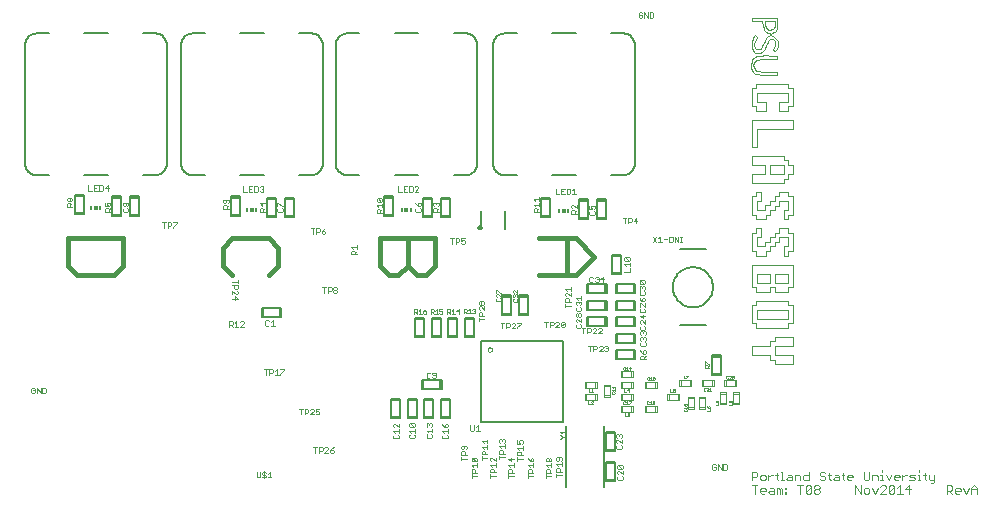
<source format=gto>
G75*
G70*
%OFA0B0*%
%FSLAX24Y24*%
%IPPOS*%
%LPD*%
%AMOC8*
5,1,8,0,0,1.08239X$1,22.5*
%
%ADD10C,0.0020*%
%ADD11C,0.0160*%
%ADD12C,0.0039*%
%ADD13C,0.0020*%
%ADD14C,0.0010*%
%ADD15C,0.0050*%
%ADD16C,0.0030*%
%ADD17R,0.0059X0.0118*%
%ADD18R,0.0118X0.0118*%
%ADD19C,0.0080*%
D10*
X000640Y003560D02*
X000700Y003560D01*
X000730Y003590D01*
X000730Y003650D01*
X000670Y003650D01*
X000610Y003590D02*
X000640Y003560D01*
X000610Y003590D02*
X000610Y003710D01*
X000640Y003740D01*
X000700Y003740D01*
X000730Y003710D01*
X000794Y003740D02*
X000914Y003560D01*
X000914Y003740D01*
X000978Y003740D02*
X001068Y003740D01*
X001098Y003710D01*
X001098Y003590D01*
X001068Y003560D01*
X000978Y003560D01*
X000978Y003740D01*
X000794Y003740D02*
X000794Y003560D01*
X007200Y005780D02*
X007200Y005960D01*
X007290Y005960D01*
X007320Y005930D01*
X007320Y005870D01*
X007290Y005840D01*
X007200Y005840D01*
X007260Y005840D02*
X007320Y005780D01*
X007384Y005780D02*
X007504Y005780D01*
X007444Y005780D02*
X007444Y005960D01*
X007384Y005900D01*
X007568Y005930D02*
X007598Y005960D01*
X007658Y005960D01*
X007688Y005930D01*
X007688Y005900D01*
X007568Y005780D01*
X007688Y005780D01*
X008410Y005840D02*
X008440Y005810D01*
X008500Y005810D01*
X008530Y005840D01*
X008594Y005810D02*
X008714Y005810D01*
X008654Y005810D02*
X008654Y005990D01*
X008594Y005930D01*
X008530Y005960D02*
X008500Y005990D01*
X008440Y005990D01*
X008410Y005960D01*
X008410Y005840D01*
X007490Y006697D02*
X007400Y006788D01*
X007400Y006667D01*
X007310Y006697D02*
X007490Y006697D01*
X007460Y006852D02*
X007490Y006882D01*
X007490Y006942D01*
X007460Y006972D01*
X007460Y007036D02*
X007400Y007036D01*
X007370Y007066D01*
X007370Y007156D01*
X007310Y007156D02*
X007490Y007156D01*
X007490Y007066D01*
X007460Y007036D01*
X007310Y006972D02*
X007430Y006852D01*
X007460Y006852D01*
X007310Y006852D02*
X007310Y006972D01*
X007490Y007220D02*
X007490Y007340D01*
X007490Y007280D02*
X007310Y007280D01*
X010310Y007090D02*
X010430Y007090D01*
X010370Y007090D02*
X010370Y006910D01*
X010494Y006910D02*
X010494Y007090D01*
X010584Y007090D01*
X010614Y007060D01*
X010614Y007000D01*
X010584Y006970D01*
X010494Y006970D01*
X010678Y006970D02*
X010708Y007000D01*
X010768Y007000D01*
X010798Y006970D01*
X010798Y006940D01*
X010768Y006910D01*
X010708Y006910D01*
X010678Y006940D01*
X010678Y006970D01*
X010708Y007000D02*
X010678Y007030D01*
X010678Y007060D01*
X010708Y007090D01*
X010768Y007090D01*
X010798Y007060D01*
X010798Y007030D01*
X010768Y007000D01*
X011270Y008182D02*
X011270Y008272D01*
X011300Y008302D01*
X011360Y008302D01*
X011390Y008272D01*
X011390Y008182D01*
X011390Y008242D02*
X011450Y008302D01*
X011450Y008366D02*
X011450Y008486D01*
X011450Y008426D02*
X011270Y008426D01*
X011330Y008366D01*
X011270Y008182D02*
X011450Y008182D01*
X010408Y008900D02*
X010378Y008870D01*
X010318Y008870D01*
X010288Y008900D01*
X010288Y008960D01*
X010378Y008960D01*
X010408Y008930D01*
X010408Y008900D01*
X010348Y009020D02*
X010288Y008960D01*
X010224Y008960D02*
X010194Y008930D01*
X010104Y008930D01*
X010104Y008870D02*
X010104Y009050D01*
X010194Y009050D01*
X010224Y009020D01*
X010224Y008960D01*
X010348Y009020D02*
X010408Y009050D01*
X010040Y009050D02*
X009920Y009050D01*
X009980Y009050D02*
X009980Y008870D01*
X008990Y009640D02*
X008990Y009700D01*
X008960Y009730D01*
X008960Y009794D02*
X008990Y009794D01*
X008960Y009794D02*
X008840Y009914D01*
X008810Y009914D01*
X008810Y009794D01*
X008840Y009730D02*
X008810Y009700D01*
X008810Y009640D01*
X008840Y009610D01*
X008960Y009610D01*
X008990Y009640D01*
X008400Y009610D02*
X008220Y009610D01*
X008220Y009700D01*
X008250Y009730D01*
X008310Y009730D01*
X008340Y009700D01*
X008340Y009610D01*
X008340Y009670D02*
X008400Y009730D01*
X008310Y009794D02*
X008310Y009914D01*
X008400Y009884D02*
X008220Y009884D01*
X008310Y009794D01*
X007190Y009830D02*
X007130Y009770D01*
X007130Y009800D02*
X007130Y009710D01*
X007190Y009710D02*
X007010Y009710D01*
X007010Y009800D01*
X007040Y009830D01*
X007100Y009830D01*
X007130Y009800D01*
X007160Y009894D02*
X007190Y009924D01*
X007190Y009984D01*
X007160Y010014D01*
X007040Y010014D01*
X007010Y009984D01*
X007010Y009924D01*
X007040Y009894D01*
X007070Y009894D01*
X007100Y009924D01*
X007100Y010014D01*
X007670Y010270D02*
X007790Y010270D01*
X007854Y010270D02*
X007974Y010270D01*
X008038Y010270D02*
X008128Y010270D01*
X008158Y010300D01*
X008158Y010420D01*
X008128Y010450D01*
X008038Y010450D01*
X008038Y010270D01*
X007914Y010360D02*
X007854Y010360D01*
X007854Y010450D02*
X007854Y010270D01*
X007854Y010450D02*
X007974Y010450D01*
X008222Y010420D02*
X008252Y010450D01*
X008313Y010450D01*
X008343Y010420D01*
X008343Y010390D01*
X008313Y010360D01*
X008343Y010330D01*
X008343Y010300D01*
X008313Y010270D01*
X008252Y010270D01*
X008222Y010300D01*
X008283Y010360D02*
X008313Y010360D01*
X007670Y010450D02*
X007670Y010270D01*
X005458Y009250D02*
X005458Y009220D01*
X005338Y009100D01*
X005338Y009070D01*
X005274Y009160D02*
X005244Y009130D01*
X005154Y009130D01*
X005154Y009070D02*
X005154Y009250D01*
X005244Y009250D01*
X005274Y009220D01*
X005274Y009160D01*
X005338Y009250D02*
X005458Y009250D01*
X005090Y009250D02*
X004970Y009250D01*
X005030Y009250D02*
X005030Y009070D01*
X003840Y009640D02*
X003840Y009700D01*
X003810Y009730D01*
X003810Y009794D02*
X003780Y009794D01*
X003750Y009824D01*
X003750Y009884D01*
X003780Y009914D01*
X003810Y009914D01*
X003840Y009884D01*
X003840Y009824D01*
X003810Y009794D01*
X003750Y009824D02*
X003720Y009794D01*
X003690Y009794D01*
X003660Y009824D01*
X003660Y009884D01*
X003690Y009914D01*
X003720Y009914D01*
X003750Y009884D01*
X003690Y009730D02*
X003660Y009700D01*
X003660Y009640D01*
X003690Y009610D01*
X003810Y009610D01*
X003840Y009640D01*
X003240Y009610D02*
X003060Y009610D01*
X003060Y009700D01*
X003090Y009730D01*
X003150Y009730D01*
X003180Y009700D01*
X003180Y009610D01*
X003180Y009670D02*
X003240Y009730D01*
X003210Y009794D02*
X003240Y009824D01*
X003240Y009884D01*
X003210Y009914D01*
X003150Y009914D01*
X003120Y009884D01*
X003120Y009854D01*
X003150Y009794D01*
X003060Y009794D01*
X003060Y009914D01*
X002968Y010310D02*
X002998Y010340D01*
X002998Y010460D01*
X002968Y010490D01*
X002878Y010490D01*
X002878Y010310D01*
X002968Y010310D01*
X003062Y010400D02*
X003183Y010400D01*
X003153Y010310D02*
X003153Y010490D01*
X003062Y010400D01*
X002814Y010310D02*
X002694Y010310D01*
X002694Y010490D01*
X002814Y010490D01*
X002754Y010400D02*
X002694Y010400D01*
X002630Y010310D02*
X002510Y010310D01*
X002510Y010490D01*
X001970Y010044D02*
X001940Y010074D01*
X001910Y010074D01*
X001880Y010044D01*
X001880Y009984D01*
X001850Y009954D01*
X001820Y009954D01*
X001790Y009984D01*
X001790Y010044D01*
X001820Y010074D01*
X001850Y010074D01*
X001880Y010044D01*
X001880Y009984D02*
X001910Y009954D01*
X001940Y009954D01*
X001970Y009984D01*
X001970Y010044D01*
X001970Y009890D02*
X001910Y009830D01*
X001910Y009860D02*
X001910Y009770D01*
X001970Y009770D02*
X001790Y009770D01*
X001790Y009860D01*
X001820Y009890D01*
X001880Y009890D01*
X001910Y009860D01*
X012117Y009817D02*
X012297Y009817D01*
X012297Y009757D02*
X012297Y009877D01*
X012267Y009941D02*
X012147Y010061D01*
X012267Y010061D01*
X012297Y010031D01*
X012297Y009971D01*
X012267Y009941D01*
X012147Y009941D01*
X012117Y009971D01*
X012117Y010031D01*
X012147Y010061D01*
X012117Y009817D02*
X012177Y009757D01*
X012147Y009692D02*
X012207Y009692D01*
X012237Y009662D01*
X012237Y009572D01*
X012297Y009572D02*
X012117Y009572D01*
X012117Y009662D01*
X012147Y009692D01*
X012237Y009632D02*
X012297Y009692D01*
X012830Y010270D02*
X012950Y010270D01*
X013014Y010270D02*
X013134Y010270D01*
X013198Y010270D02*
X013288Y010270D01*
X013318Y010300D01*
X013318Y010420D01*
X013288Y010450D01*
X013198Y010450D01*
X013198Y010270D01*
X013074Y010360D02*
X013014Y010360D01*
X013014Y010450D02*
X013014Y010270D01*
X013014Y010450D02*
X013134Y010450D01*
X013382Y010420D02*
X013412Y010450D01*
X013473Y010450D01*
X013503Y010420D01*
X013503Y010390D01*
X013382Y010270D01*
X013503Y010270D01*
X012830Y010270D02*
X012830Y010450D01*
X013410Y009914D02*
X013440Y009854D01*
X013500Y009794D01*
X013500Y009884D01*
X013530Y009914D01*
X013560Y009914D01*
X013590Y009884D01*
X013590Y009824D01*
X013560Y009794D01*
X013500Y009794D01*
X013560Y009730D02*
X013590Y009700D01*
X013590Y009640D01*
X013560Y009610D01*
X013440Y009610D01*
X013410Y009640D01*
X013410Y009700D01*
X013440Y009730D01*
X014010Y009700D02*
X014010Y009610D01*
X014190Y009610D01*
X014130Y009610D02*
X014130Y009700D01*
X014100Y009730D01*
X014040Y009730D01*
X014010Y009700D01*
X014040Y009794D02*
X014010Y009824D01*
X014010Y009884D01*
X014040Y009914D01*
X014070Y009914D01*
X014100Y009884D01*
X014130Y009914D01*
X014160Y009914D01*
X014190Y009884D01*
X014190Y009824D01*
X014160Y009794D01*
X014190Y009730D02*
X014130Y009670D01*
X014100Y009854D02*
X014100Y009884D01*
X014570Y008720D02*
X014690Y008720D01*
X014630Y008720D02*
X014630Y008540D01*
X014754Y008540D02*
X014754Y008720D01*
X014844Y008720D01*
X014874Y008690D01*
X014874Y008630D01*
X014844Y008600D01*
X014754Y008600D01*
X014938Y008570D02*
X014968Y008540D01*
X015028Y008540D01*
X015058Y008570D01*
X015058Y008630D01*
X015028Y008660D01*
X014998Y008660D01*
X014938Y008630D01*
X014938Y008720D01*
X015058Y008720D01*
X017350Y009600D02*
X017350Y009690D01*
X017380Y009720D01*
X017440Y009720D01*
X017470Y009690D01*
X017470Y009600D01*
X017530Y009600D02*
X017350Y009600D01*
X017470Y009660D02*
X017530Y009720D01*
X017530Y009784D02*
X017530Y009904D01*
X017530Y009844D02*
X017350Y009844D01*
X017410Y009784D01*
X017410Y009968D02*
X017350Y010028D01*
X017530Y010028D01*
X017530Y009968D02*
X017530Y010088D01*
X018080Y010200D02*
X018200Y010200D01*
X018264Y010200D02*
X018384Y010200D01*
X018448Y010200D02*
X018448Y010380D01*
X018538Y010380D01*
X018568Y010350D01*
X018568Y010230D01*
X018538Y010200D01*
X018448Y010200D01*
X018324Y010290D02*
X018264Y010290D01*
X018264Y010380D02*
X018264Y010200D01*
X018264Y010380D02*
X018384Y010380D01*
X018632Y010320D02*
X018693Y010380D01*
X018693Y010200D01*
X018753Y010200D02*
X018632Y010200D01*
X018080Y010200D02*
X018080Y010380D01*
X018640Y009844D02*
X018610Y009814D01*
X018610Y009754D01*
X018640Y009724D01*
X018640Y009660D02*
X018700Y009660D01*
X018730Y009630D01*
X018730Y009540D01*
X018790Y009540D02*
X018610Y009540D01*
X018610Y009630D01*
X018640Y009660D01*
X018730Y009600D02*
X018790Y009660D01*
X018790Y009724D02*
X018670Y009844D01*
X018640Y009844D01*
X018790Y009844D02*
X018790Y009724D01*
X019210Y009694D02*
X019300Y009694D01*
X019270Y009754D01*
X019270Y009784D01*
X019300Y009814D01*
X019360Y009814D01*
X019390Y009784D01*
X019390Y009724D01*
X019360Y009694D01*
X019360Y009630D02*
X019390Y009600D01*
X019390Y009540D01*
X019360Y009510D01*
X019240Y009510D01*
X019210Y009540D01*
X019210Y009600D01*
X019240Y009630D01*
X019210Y009694D02*
X019210Y009814D01*
X020320Y009400D02*
X020440Y009400D01*
X020380Y009400D02*
X020380Y009220D01*
X020504Y009220D02*
X020504Y009400D01*
X020594Y009400D01*
X020624Y009370D01*
X020624Y009310D01*
X020594Y009280D01*
X020504Y009280D01*
X020688Y009310D02*
X020808Y009310D01*
X020778Y009220D02*
X020778Y009400D01*
X020688Y009310D01*
X021320Y008780D02*
X021440Y008600D01*
X021504Y008600D02*
X021624Y008600D01*
X021564Y008600D02*
X021564Y008780D01*
X021504Y008720D01*
X021440Y008780D02*
X021320Y008600D01*
X021688Y008690D02*
X021808Y008690D01*
X021872Y008600D02*
X021963Y008600D01*
X021993Y008630D01*
X021993Y008750D01*
X021963Y008780D01*
X021872Y008780D01*
X021872Y008600D01*
X022057Y008600D02*
X022057Y008780D01*
X022177Y008600D01*
X022177Y008780D01*
X022241Y008780D02*
X022301Y008780D01*
X022271Y008780D02*
X022271Y008600D01*
X022241Y008600D02*
X022301Y008600D01*
X020553Y008064D02*
X020553Y008004D01*
X020523Y007974D01*
X020403Y008094D01*
X020523Y008094D01*
X020553Y008064D01*
X020523Y007974D02*
X020403Y007974D01*
X020373Y008004D01*
X020373Y008064D01*
X020403Y008094D01*
X020553Y007910D02*
X020553Y007790D01*
X020553Y007850D02*
X020373Y007850D01*
X020433Y007790D01*
X020553Y007726D02*
X020553Y007605D01*
X020373Y007605D01*
X019698Y007350D02*
X019578Y007350D01*
X019668Y007440D01*
X019668Y007260D01*
X019514Y007290D02*
X019484Y007260D01*
X019424Y007260D01*
X019394Y007290D01*
X019330Y007290D02*
X019300Y007260D01*
X019240Y007260D01*
X019210Y007290D01*
X019210Y007410D01*
X019240Y007440D01*
X019300Y007440D01*
X019330Y007410D01*
X019394Y007410D02*
X019424Y007440D01*
X019484Y007440D01*
X019514Y007410D01*
X019514Y007380D01*
X019484Y007350D01*
X019514Y007320D01*
X019514Y007290D01*
X019484Y007350D02*
X019454Y007350D01*
X018580Y007093D02*
X018580Y006972D01*
X018580Y007033D02*
X018400Y007033D01*
X018460Y006972D01*
X018460Y006908D02*
X018430Y006908D01*
X018400Y006878D01*
X018400Y006818D01*
X018430Y006788D01*
X018430Y006724D02*
X018400Y006694D01*
X018400Y006604D01*
X018580Y006604D01*
X018520Y006604D02*
X018520Y006694D01*
X018490Y006724D01*
X018430Y006724D01*
X018580Y006788D02*
X018460Y006908D01*
X018580Y006908D02*
X018580Y006788D01*
X018760Y006738D02*
X018940Y006738D01*
X018940Y006678D02*
X018940Y006798D01*
X018820Y006678D02*
X018760Y006738D01*
X018790Y006614D02*
X018820Y006614D01*
X018850Y006584D01*
X018880Y006614D01*
X018910Y006614D01*
X018940Y006584D01*
X018940Y006524D01*
X018910Y006494D01*
X018910Y006430D02*
X018940Y006400D01*
X018940Y006340D01*
X018910Y006310D01*
X018790Y006310D01*
X018760Y006340D01*
X018760Y006400D01*
X018790Y006430D01*
X018790Y006494D02*
X018760Y006524D01*
X018760Y006584D01*
X018790Y006614D01*
X018850Y006584D02*
X018850Y006554D01*
X018580Y006480D02*
X018400Y006480D01*
X018400Y006420D02*
X018400Y006540D01*
X018750Y006198D02*
X018780Y006228D01*
X018810Y006228D01*
X018840Y006198D01*
X018840Y006138D01*
X018810Y006108D01*
X018780Y006108D01*
X018750Y006138D01*
X018750Y006198D01*
X018840Y006198D02*
X018870Y006228D01*
X018900Y006228D01*
X018930Y006198D01*
X018930Y006138D01*
X018900Y006108D01*
X018870Y006108D01*
X018840Y006138D01*
X018810Y006044D02*
X018930Y005924D01*
X018930Y006044D01*
X018810Y006044D02*
X018780Y006044D01*
X018750Y006014D01*
X018750Y005954D01*
X018780Y005924D01*
X018780Y005860D02*
X018750Y005830D01*
X018750Y005770D01*
X018780Y005740D01*
X018900Y005740D01*
X018930Y005770D01*
X018930Y005830D01*
X018900Y005860D01*
X018950Y005730D02*
X019070Y005730D01*
X019010Y005730D02*
X019010Y005550D01*
X019134Y005550D02*
X019134Y005730D01*
X019224Y005730D01*
X019254Y005700D01*
X019254Y005640D01*
X019224Y005610D01*
X019134Y005610D01*
X019318Y005550D02*
X019438Y005670D01*
X019438Y005700D01*
X019408Y005730D01*
X019348Y005730D01*
X019318Y005700D01*
X019318Y005550D02*
X019438Y005550D01*
X019502Y005550D02*
X019623Y005670D01*
X019623Y005700D01*
X019593Y005730D01*
X019532Y005730D01*
X019502Y005700D01*
X019502Y005550D02*
X019623Y005550D01*
X019618Y005140D02*
X019558Y005140D01*
X019528Y005110D01*
X019464Y005110D02*
X019464Y005050D01*
X019434Y005020D01*
X019344Y005020D01*
X019344Y004960D02*
X019344Y005140D01*
X019434Y005140D01*
X019464Y005110D01*
X019618Y005140D02*
X019648Y005110D01*
X019648Y005080D01*
X019528Y004960D01*
X019648Y004960D01*
X019712Y004990D02*
X019742Y004960D01*
X019803Y004960D01*
X019833Y004990D01*
X019833Y005020D01*
X019803Y005050D01*
X019773Y005050D01*
X019803Y005050D02*
X019833Y005080D01*
X019833Y005110D01*
X019803Y005140D01*
X019742Y005140D01*
X019712Y005110D01*
X019280Y005140D02*
X019160Y005140D01*
X019220Y005140D02*
X019220Y004960D01*
X018383Y005790D02*
X018353Y005760D01*
X018292Y005760D01*
X018262Y005790D01*
X018383Y005910D01*
X018383Y005790D01*
X018383Y005910D02*
X018353Y005940D01*
X018292Y005940D01*
X018262Y005910D01*
X018262Y005790D01*
X018198Y005760D02*
X018078Y005760D01*
X018198Y005880D01*
X018198Y005910D01*
X018168Y005940D01*
X018108Y005940D01*
X018078Y005910D01*
X018014Y005910D02*
X018014Y005850D01*
X017984Y005820D01*
X017894Y005820D01*
X017894Y005760D02*
X017894Y005940D01*
X017984Y005940D01*
X018014Y005910D01*
X017830Y005940D02*
X017710Y005940D01*
X017770Y005940D02*
X017770Y005760D01*
X016923Y005870D02*
X016802Y005750D01*
X016802Y005720D01*
X016738Y005720D02*
X016618Y005720D01*
X016738Y005840D01*
X016738Y005870D01*
X016708Y005900D01*
X016648Y005900D01*
X016618Y005870D01*
X016554Y005870D02*
X016554Y005810D01*
X016524Y005780D01*
X016434Y005780D01*
X016434Y005720D02*
X016434Y005900D01*
X016524Y005900D01*
X016554Y005870D01*
X016370Y005900D02*
X016250Y005900D01*
X016310Y005900D02*
X016310Y005720D01*
X016802Y005900D02*
X016923Y005900D01*
X016923Y005870D01*
X015700Y006020D02*
X015520Y006020D01*
X015520Y005960D02*
X015520Y006080D01*
X015520Y006144D02*
X015520Y006234D01*
X015550Y006264D01*
X015610Y006264D01*
X015640Y006234D01*
X015640Y006144D01*
X015700Y006144D02*
X015520Y006144D01*
X015550Y006328D02*
X015520Y006358D01*
X015520Y006418D01*
X015550Y006448D01*
X015580Y006448D01*
X015700Y006328D01*
X015700Y006448D01*
X015670Y006512D02*
X015640Y006512D01*
X015610Y006542D01*
X015610Y006603D01*
X015640Y006633D01*
X015670Y006633D01*
X015700Y006603D01*
X015700Y006542D01*
X015670Y006512D01*
X015610Y006542D02*
X015580Y006512D01*
X015550Y006512D01*
X015520Y006542D01*
X015520Y006603D01*
X015550Y006633D01*
X015580Y006633D01*
X015610Y006603D01*
X014054Y004247D02*
X013994Y004247D01*
X013964Y004217D01*
X013964Y004187D01*
X013994Y004157D01*
X014084Y004157D01*
X014084Y004097D02*
X014084Y004217D01*
X014054Y004247D01*
X014084Y004097D02*
X014054Y004067D01*
X013994Y004067D01*
X013964Y004097D01*
X013900Y004097D02*
X013870Y004067D01*
X013810Y004067D01*
X013780Y004097D01*
X013780Y004217D01*
X013810Y004247D01*
X013870Y004247D01*
X013900Y004217D01*
X013900Y002558D02*
X013930Y002558D01*
X013960Y002528D01*
X013960Y002468D01*
X013930Y002438D01*
X013960Y002374D02*
X013960Y002254D01*
X013960Y002314D02*
X013780Y002314D01*
X013840Y002254D01*
X013810Y002190D02*
X013780Y002160D01*
X013780Y002100D01*
X013810Y002070D01*
X013930Y002070D01*
X013960Y002100D01*
X013960Y002160D01*
X013930Y002190D01*
X014310Y002140D02*
X014310Y002080D01*
X014340Y002050D01*
X014460Y002050D01*
X014490Y002080D01*
X014490Y002140D01*
X014460Y002170D01*
X014490Y002234D02*
X014490Y002354D01*
X014490Y002294D02*
X014310Y002294D01*
X014370Y002234D01*
X014340Y002170D02*
X014310Y002140D01*
X014400Y002418D02*
X014400Y002508D01*
X014430Y002538D01*
X014460Y002538D01*
X014490Y002508D01*
X014490Y002448D01*
X014460Y002418D01*
X014400Y002418D01*
X014340Y002478D01*
X014310Y002538D01*
X013900Y002558D02*
X013870Y002528D01*
X013870Y002498D01*
X013870Y002528D02*
X013840Y002558D01*
X013810Y002558D01*
X013780Y002528D01*
X013780Y002468D01*
X013810Y002438D01*
X013390Y002458D02*
X013360Y002428D01*
X013240Y002548D01*
X013360Y002548D01*
X013390Y002518D01*
X013390Y002458D01*
X013360Y002428D02*
X013240Y002428D01*
X013210Y002458D01*
X013210Y002518D01*
X013240Y002548D01*
X013390Y002364D02*
X013390Y002244D01*
X013390Y002304D02*
X013210Y002304D01*
X013270Y002244D01*
X013240Y002180D02*
X013210Y002150D01*
X013210Y002090D01*
X013240Y002060D01*
X013360Y002060D01*
X013390Y002090D01*
X013390Y002150D01*
X013360Y002180D01*
X012850Y002140D02*
X012820Y002170D01*
X012850Y002140D02*
X012850Y002080D01*
X012820Y002050D01*
X012700Y002050D01*
X012670Y002080D01*
X012670Y002140D01*
X012700Y002170D01*
X012730Y002234D02*
X012670Y002294D01*
X012850Y002294D01*
X012850Y002234D02*
X012850Y002354D01*
X012850Y002418D02*
X012730Y002538D01*
X012700Y002538D01*
X012670Y002508D01*
X012670Y002448D01*
X012700Y002418D01*
X012850Y002418D02*
X012850Y002538D01*
X014940Y001778D02*
X014940Y001718D01*
X014970Y001688D01*
X015000Y001688D01*
X015030Y001718D01*
X015030Y001808D01*
X015090Y001808D02*
X014970Y001808D01*
X014940Y001778D01*
X015090Y001808D02*
X015120Y001778D01*
X015120Y001718D01*
X015090Y001688D01*
X015030Y001624D02*
X015060Y001594D01*
X015060Y001504D01*
X015120Y001504D02*
X014940Y001504D01*
X014940Y001594D01*
X014970Y001624D01*
X015030Y001624D01*
X014940Y001440D02*
X014940Y001320D01*
X014940Y001380D02*
X015120Y001380D01*
X015280Y001373D02*
X015310Y001403D01*
X015430Y001282D01*
X015460Y001312D01*
X015460Y001373D01*
X015430Y001403D01*
X015310Y001403D01*
X015280Y001373D02*
X015280Y001312D01*
X015310Y001282D01*
X015430Y001282D01*
X015460Y001218D02*
X015460Y001098D01*
X015460Y001158D02*
X015280Y001158D01*
X015340Y001098D01*
X015370Y001034D02*
X015400Y001004D01*
X015400Y000914D01*
X015460Y000914D02*
X015280Y000914D01*
X015280Y001004D01*
X015310Y001034D01*
X015370Y001034D01*
X015280Y000850D02*
X015280Y000730D01*
X015280Y000790D02*
X015460Y000790D01*
X015910Y000800D02*
X016090Y000800D01*
X016090Y000924D02*
X015910Y000924D01*
X015910Y001014D01*
X015940Y001044D01*
X016000Y001044D01*
X016030Y001014D01*
X016030Y000924D01*
X015910Y000860D02*
X015910Y000740D01*
X015970Y001108D02*
X015910Y001168D01*
X016090Y001168D01*
X016090Y001108D02*
X016090Y001228D01*
X016090Y001292D02*
X015970Y001413D01*
X015940Y001413D01*
X015910Y001383D01*
X015910Y001322D01*
X015940Y001292D01*
X016090Y001292D02*
X016090Y001413D01*
X016210Y001420D02*
X016390Y001420D01*
X016390Y001544D02*
X016210Y001544D01*
X016210Y001634D01*
X016240Y001664D01*
X016300Y001664D01*
X016330Y001634D01*
X016330Y001544D01*
X016210Y001480D02*
X016210Y001360D01*
X016510Y001373D02*
X016600Y001282D01*
X016600Y001403D01*
X016690Y001373D02*
X016510Y001373D01*
X016510Y001158D02*
X016690Y001158D01*
X016690Y001098D02*
X016690Y001218D01*
X016810Y001310D02*
X016810Y001430D01*
X016810Y001370D02*
X016990Y001370D01*
X016990Y001494D02*
X016810Y001494D01*
X016810Y001584D01*
X016840Y001614D01*
X016900Y001614D01*
X016930Y001584D01*
X016930Y001494D01*
X016990Y001678D02*
X016990Y001798D01*
X016990Y001738D02*
X016810Y001738D01*
X016870Y001678D01*
X016900Y001862D02*
X016810Y001862D01*
X016810Y001983D01*
X016870Y001953D02*
X016900Y001983D01*
X016960Y001983D01*
X016990Y001953D01*
X016990Y001892D01*
X016960Y001862D01*
X016900Y001862D02*
X016870Y001923D01*
X016870Y001953D01*
X016390Y001942D02*
X016360Y001912D01*
X016390Y001942D02*
X016390Y002003D01*
X016360Y002033D01*
X016330Y002033D01*
X016300Y002003D01*
X016300Y001973D01*
X016300Y002003D02*
X016270Y002033D01*
X016240Y002033D01*
X016210Y002003D01*
X016210Y001942D01*
X016240Y001912D01*
X016210Y001788D02*
X016390Y001788D01*
X016390Y001728D02*
X016390Y001848D01*
X016270Y001728D02*
X016210Y001788D01*
X015800Y001768D02*
X015620Y001768D01*
X015680Y001708D01*
X015710Y001644D02*
X015740Y001614D01*
X015740Y001524D01*
X015800Y001524D02*
X015620Y001524D01*
X015620Y001614D01*
X015650Y001644D01*
X015710Y001644D01*
X015800Y001708D02*
X015800Y001828D01*
X015800Y001892D02*
X015800Y002013D01*
X015800Y001953D02*
X015620Y001953D01*
X015680Y001892D01*
X015620Y001460D02*
X015620Y001340D01*
X015620Y001400D02*
X015800Y001400D01*
X016510Y001158D02*
X016570Y001098D01*
X016600Y001034D02*
X016630Y001004D01*
X016630Y000914D01*
X016690Y000914D02*
X016510Y000914D01*
X016510Y001004D01*
X016540Y001034D01*
X016600Y001034D01*
X016510Y000850D02*
X016510Y000730D01*
X016510Y000790D02*
X016690Y000790D01*
X017160Y000790D02*
X017340Y000790D01*
X017340Y000914D02*
X017160Y000914D01*
X017160Y001004D01*
X017190Y001034D01*
X017250Y001034D01*
X017280Y001004D01*
X017280Y000914D01*
X017160Y000850D02*
X017160Y000730D01*
X017220Y001098D02*
X017160Y001158D01*
X017340Y001158D01*
X017340Y001098D02*
X017340Y001218D01*
X017310Y001282D02*
X017340Y001312D01*
X017340Y001373D01*
X017310Y001403D01*
X017280Y001403D01*
X017250Y001373D01*
X017250Y001282D01*
X017310Y001282D01*
X017250Y001282D02*
X017190Y001343D01*
X017160Y001403D01*
X017760Y001373D02*
X017790Y001403D01*
X017820Y001403D01*
X017850Y001373D01*
X017850Y001312D01*
X017820Y001282D01*
X017790Y001282D01*
X017760Y001312D01*
X017760Y001373D01*
X017850Y001373D02*
X017880Y001403D01*
X017910Y001403D01*
X017940Y001373D01*
X017940Y001312D01*
X017910Y001282D01*
X017880Y001282D01*
X017850Y001312D01*
X017940Y001218D02*
X017940Y001098D01*
X017940Y001158D02*
X017760Y001158D01*
X017820Y001098D01*
X017850Y001034D02*
X017880Y001004D01*
X017880Y000914D01*
X017940Y000914D02*
X017760Y000914D01*
X017760Y001004D01*
X017790Y001034D01*
X017850Y001034D01*
X017760Y000850D02*
X017760Y000730D01*
X017760Y000790D02*
X017940Y000790D01*
X018110Y000760D02*
X018110Y000880D01*
X018110Y000820D02*
X018290Y000820D01*
X018290Y000944D02*
X018110Y000944D01*
X018110Y001034D01*
X018140Y001064D01*
X018200Y001064D01*
X018230Y001034D01*
X018230Y000944D01*
X018290Y001128D02*
X018290Y001248D01*
X018290Y001188D02*
X018110Y001188D01*
X018170Y001128D01*
X018170Y001312D02*
X018200Y001342D01*
X018200Y001433D01*
X018260Y001433D02*
X018140Y001433D01*
X018110Y001403D01*
X018110Y001342D01*
X018140Y001312D01*
X018170Y001312D01*
X018260Y001312D02*
X018290Y001342D01*
X018290Y001403D01*
X018260Y001433D01*
X018250Y002032D02*
X018310Y002092D01*
X018400Y002092D01*
X018310Y002092D02*
X018250Y002152D01*
X018220Y002152D01*
X018280Y002216D02*
X018220Y002276D01*
X018400Y002276D01*
X018400Y002216D02*
X018400Y002336D01*
X018250Y002032D02*
X018220Y002032D01*
X020110Y001984D02*
X020110Y001924D01*
X020140Y001894D01*
X020140Y001830D02*
X020110Y001800D01*
X020110Y001740D01*
X020140Y001710D01*
X020260Y001710D01*
X020290Y001740D01*
X020290Y001800D01*
X020260Y001830D01*
X020290Y001894D02*
X020170Y002014D01*
X020140Y002014D01*
X020110Y001984D01*
X020140Y002078D02*
X020110Y002108D01*
X020110Y002168D01*
X020140Y002198D01*
X020170Y002198D01*
X020200Y002168D01*
X020230Y002198D01*
X020260Y002198D01*
X020290Y002168D01*
X020290Y002108D01*
X020260Y002078D01*
X020290Y002014D02*
X020290Y001894D01*
X020200Y002138D02*
X020200Y002168D01*
X020167Y001160D02*
X020287Y001040D01*
X020317Y001070D01*
X020317Y001130D01*
X020287Y001160D01*
X020167Y001160D01*
X020137Y001130D01*
X020137Y001070D01*
X020167Y001040D01*
X020287Y001040D01*
X020317Y000976D02*
X020317Y000856D01*
X020197Y000976D01*
X020167Y000976D01*
X020137Y000946D01*
X020137Y000886D01*
X020167Y000856D01*
X020167Y000792D02*
X020137Y000762D01*
X020137Y000702D01*
X020167Y000672D01*
X020287Y000672D01*
X020317Y000702D01*
X020317Y000762D01*
X020287Y000792D01*
X023310Y001040D02*
X023340Y001010D01*
X023400Y001010D01*
X023430Y001040D01*
X023430Y001100D01*
X023370Y001100D01*
X023310Y001160D02*
X023310Y001040D01*
X023310Y001160D02*
X023340Y001190D01*
X023400Y001190D01*
X023430Y001160D01*
X023494Y001190D02*
X023614Y001010D01*
X023614Y001190D01*
X023678Y001190D02*
X023678Y001010D01*
X023768Y001010D01*
X023798Y001040D01*
X023798Y001160D01*
X023768Y001190D01*
X023678Y001190D01*
X023494Y001190D02*
X023494Y001010D01*
X024625Y000940D02*
X024625Y000660D01*
X024625Y000753D02*
X024765Y000753D01*
X024812Y000800D01*
X024812Y000894D01*
X024765Y000940D01*
X024625Y000940D01*
X024901Y000800D02*
X024901Y000707D01*
X024948Y000660D01*
X025041Y000660D01*
X025088Y000707D01*
X025088Y000800D01*
X025041Y000847D01*
X024948Y000847D01*
X024901Y000800D01*
X025177Y000753D02*
X025271Y000847D01*
X025318Y000847D01*
X025408Y000847D02*
X025501Y000847D01*
X025454Y000894D02*
X025454Y000707D01*
X025501Y000660D01*
X025592Y000660D02*
X025685Y000660D01*
X025639Y000660D02*
X025639Y000940D01*
X025592Y000940D01*
X025823Y000847D02*
X025916Y000847D01*
X025963Y000800D01*
X025963Y000660D01*
X025823Y000660D01*
X025776Y000707D01*
X025823Y000753D01*
X025963Y000753D01*
X026052Y000660D02*
X026052Y000847D01*
X026192Y000847D01*
X026239Y000800D01*
X026239Y000660D01*
X026328Y000707D02*
X026328Y000800D01*
X026375Y000847D01*
X026515Y000847D01*
X026515Y000940D02*
X026515Y000660D01*
X026375Y000660D01*
X026328Y000707D01*
X026331Y000490D02*
X026144Y000490D01*
X026238Y000490D02*
X026238Y000210D01*
X026421Y000257D02*
X026607Y000444D01*
X026607Y000257D01*
X026561Y000210D01*
X026467Y000210D01*
X026421Y000257D01*
X026421Y000444D01*
X026467Y000490D01*
X026561Y000490D01*
X026607Y000444D01*
X026697Y000444D02*
X026697Y000397D01*
X026743Y000350D01*
X026837Y000350D01*
X026884Y000303D01*
X026884Y000257D01*
X026837Y000210D01*
X026743Y000210D01*
X026697Y000257D01*
X026697Y000303D01*
X026743Y000350D01*
X026837Y000350D02*
X026884Y000397D01*
X026884Y000444D01*
X026837Y000490D01*
X026743Y000490D01*
X026697Y000444D01*
X026928Y000660D02*
X026881Y000707D01*
X026928Y000660D02*
X027021Y000660D01*
X027068Y000707D01*
X027068Y000753D01*
X027021Y000800D01*
X026928Y000800D01*
X026881Y000847D01*
X026881Y000894D01*
X026928Y000940D01*
X027021Y000940D01*
X027068Y000894D01*
X027157Y000847D02*
X027251Y000847D01*
X027204Y000894D02*
X027204Y000707D01*
X027251Y000660D01*
X027341Y000707D02*
X027388Y000753D01*
X027528Y000753D01*
X027528Y000800D02*
X027528Y000660D01*
X027388Y000660D01*
X027341Y000707D01*
X027388Y000847D02*
X027481Y000847D01*
X027528Y000800D01*
X027618Y000847D02*
X027711Y000847D01*
X027664Y000894D02*
X027664Y000707D01*
X027711Y000660D01*
X027802Y000707D02*
X027802Y000800D01*
X027848Y000847D01*
X027942Y000847D01*
X027989Y000800D01*
X027989Y000753D01*
X027802Y000753D01*
X027802Y000707D02*
X027848Y000660D01*
X027942Y000660D01*
X028078Y000490D02*
X028265Y000210D01*
X028265Y000490D01*
X028401Y000397D02*
X028354Y000350D01*
X028354Y000257D01*
X028401Y000210D01*
X028494Y000210D01*
X028541Y000257D01*
X028541Y000350D01*
X028494Y000397D01*
X028401Y000397D01*
X028630Y000397D02*
X028724Y000210D01*
X028817Y000397D01*
X028907Y000444D02*
X028953Y000490D01*
X029047Y000490D01*
X029093Y000444D01*
X029093Y000397D01*
X028907Y000210D01*
X029093Y000210D01*
X029183Y000257D02*
X029230Y000210D01*
X029323Y000210D01*
X029370Y000257D01*
X029370Y000444D01*
X029183Y000257D01*
X029183Y000444D01*
X029230Y000490D01*
X029323Y000490D01*
X029370Y000444D01*
X029459Y000397D02*
X029553Y000490D01*
X029553Y000210D01*
X029646Y000210D02*
X029459Y000210D01*
X029735Y000350D02*
X029922Y000350D01*
X029875Y000210D02*
X029875Y000490D01*
X029735Y000350D01*
X029643Y000660D02*
X029643Y000847D01*
X029643Y000753D02*
X029737Y000847D01*
X029783Y000847D01*
X029873Y000800D02*
X029920Y000847D01*
X030060Y000847D01*
X030150Y000847D02*
X030196Y000847D01*
X030196Y000660D01*
X030150Y000660D02*
X030243Y000660D01*
X030381Y000707D02*
X030427Y000660D01*
X030381Y000707D02*
X030381Y000894D01*
X030427Y000847D02*
X030334Y000847D01*
X030196Y000940D02*
X030196Y000987D01*
X030014Y000753D02*
X029920Y000753D01*
X029873Y000800D01*
X029873Y000660D02*
X030014Y000660D01*
X030060Y000707D01*
X030014Y000753D01*
X029554Y000753D02*
X029367Y000753D01*
X029367Y000707D02*
X029367Y000800D01*
X029414Y000847D01*
X029507Y000847D01*
X029554Y000800D01*
X029554Y000753D01*
X029507Y000660D02*
X029414Y000660D01*
X029367Y000707D01*
X029278Y000847D02*
X029184Y000660D01*
X029091Y000847D01*
X028953Y000847D02*
X028953Y000660D01*
X028907Y000660D02*
X029000Y000660D01*
X028817Y000660D02*
X028817Y000800D01*
X028771Y000847D01*
X028630Y000847D01*
X028630Y000660D01*
X028541Y000707D02*
X028541Y000940D01*
X028354Y000940D02*
X028354Y000707D01*
X028401Y000660D01*
X028494Y000660D01*
X028541Y000707D01*
X028907Y000847D02*
X028953Y000847D01*
X028953Y000940D02*
X028953Y000987D01*
X028078Y000490D02*
X028078Y000210D01*
X025777Y000210D02*
X025730Y000210D01*
X025730Y000257D01*
X025777Y000257D01*
X025777Y000210D01*
X025641Y000210D02*
X025641Y000350D01*
X025594Y000397D01*
X025547Y000350D01*
X025547Y000210D01*
X025454Y000210D02*
X025454Y000397D01*
X025500Y000397D01*
X025547Y000350D01*
X025364Y000350D02*
X025364Y000210D01*
X025224Y000210D01*
X025177Y000257D01*
X025224Y000303D01*
X025364Y000303D01*
X025364Y000350D02*
X025318Y000397D01*
X025224Y000397D01*
X025088Y000350D02*
X025088Y000303D01*
X024901Y000303D01*
X024901Y000257D02*
X024901Y000350D01*
X024948Y000397D01*
X025041Y000397D01*
X025088Y000350D01*
X025041Y000210D02*
X024948Y000210D01*
X024901Y000257D01*
X024718Y000210D02*
X024718Y000490D01*
X024625Y000490D02*
X024812Y000490D01*
X025177Y000660D02*
X025177Y000847D01*
X025730Y000397D02*
X025730Y000350D01*
X025777Y000350D01*
X025777Y000397D01*
X025730Y000397D01*
X030518Y000707D02*
X030565Y000660D01*
X030705Y000660D01*
X030705Y000613D02*
X030658Y000567D01*
X030611Y000567D01*
X030705Y000613D02*
X030705Y000847D01*
X030518Y000847D02*
X030518Y000707D01*
X031117Y000490D02*
X031257Y000490D01*
X031303Y000444D01*
X031303Y000350D01*
X031257Y000303D01*
X031117Y000303D01*
X031210Y000303D02*
X031303Y000210D01*
X031393Y000257D02*
X031439Y000210D01*
X031533Y000210D01*
X031580Y000303D02*
X031393Y000303D01*
X031393Y000257D02*
X031393Y000350D01*
X031439Y000397D01*
X031533Y000397D01*
X031580Y000350D01*
X031580Y000303D01*
X031669Y000397D02*
X031762Y000210D01*
X031856Y000397D01*
X031945Y000397D02*
X032039Y000490D01*
X032132Y000397D01*
X032132Y000210D01*
X032132Y000350D02*
X031945Y000350D01*
X031945Y000397D02*
X031945Y000210D01*
X031117Y000210D02*
X031117Y000490D01*
X021090Y004690D02*
X020910Y004690D01*
X020910Y004780D01*
X020940Y004810D01*
X021000Y004810D01*
X021030Y004780D01*
X021030Y004690D01*
X021030Y004750D02*
X021090Y004810D01*
X021060Y004874D02*
X021090Y004904D01*
X021090Y004964D01*
X021060Y004994D01*
X021030Y004994D01*
X021000Y004964D01*
X021000Y004874D01*
X021060Y004874D01*
X021000Y004874D02*
X020940Y004934D01*
X020910Y004994D01*
X020930Y005130D02*
X021050Y005130D01*
X021080Y005160D01*
X021080Y005220D01*
X021050Y005250D01*
X021050Y005314D02*
X021080Y005344D01*
X021080Y005404D01*
X021050Y005434D01*
X021020Y005434D01*
X020990Y005404D01*
X020990Y005374D01*
X020990Y005404D02*
X020960Y005434D01*
X020930Y005434D01*
X020900Y005404D01*
X020900Y005344D01*
X020930Y005314D01*
X020930Y005250D02*
X020900Y005220D01*
X020900Y005160D01*
X020930Y005130D01*
X020930Y005498D02*
X020900Y005528D01*
X020900Y005588D01*
X020930Y005618D01*
X020960Y005618D01*
X020990Y005588D01*
X021020Y005618D01*
X021050Y005618D01*
X021080Y005588D01*
X021080Y005528D01*
X021050Y005498D01*
X020990Y005558D02*
X020990Y005588D01*
X021040Y005680D02*
X021070Y005710D01*
X021070Y005770D01*
X021040Y005800D01*
X021070Y005864D02*
X020950Y005984D01*
X020920Y005984D01*
X020890Y005954D01*
X020890Y005894D01*
X020920Y005864D01*
X020920Y005800D02*
X020890Y005770D01*
X020890Y005710D01*
X020920Y005680D01*
X021040Y005680D01*
X021070Y005864D02*
X021070Y005984D01*
X020980Y006048D02*
X020980Y006168D01*
X021070Y006138D02*
X020890Y006138D01*
X020980Y006048D01*
X021030Y006250D02*
X021060Y006280D01*
X021060Y006340D01*
X021030Y006370D01*
X021060Y006434D02*
X020940Y006554D01*
X020910Y006554D01*
X020880Y006524D01*
X020880Y006464D01*
X020910Y006434D01*
X020910Y006370D02*
X020880Y006340D01*
X020880Y006280D01*
X020910Y006250D01*
X021030Y006250D01*
X021060Y006434D02*
X021060Y006554D01*
X021030Y006618D02*
X021060Y006648D01*
X021060Y006708D01*
X021030Y006738D01*
X021000Y006738D01*
X020970Y006708D01*
X020970Y006618D01*
X021030Y006618D01*
X020970Y006618D02*
X020910Y006678D01*
X020880Y006738D01*
X020910Y006830D02*
X021030Y006830D01*
X021060Y006860D01*
X021060Y006920D01*
X021030Y006950D01*
X021030Y007014D02*
X021060Y007044D01*
X021060Y007104D01*
X021030Y007134D01*
X021000Y007134D01*
X020970Y007104D01*
X020970Y007074D01*
X020970Y007104D02*
X020940Y007134D01*
X020910Y007134D01*
X020880Y007104D01*
X020880Y007044D01*
X020910Y007014D01*
X020910Y006950D02*
X020880Y006920D01*
X020880Y006860D01*
X020910Y006830D01*
X020910Y007198D02*
X020880Y007228D01*
X020880Y007288D01*
X020910Y007318D01*
X021030Y007198D01*
X021060Y007228D01*
X021060Y007288D01*
X021030Y007318D01*
X020910Y007318D01*
X020910Y007198D02*
X021030Y007198D01*
X015486Y002490D02*
X015486Y002310D01*
X015426Y002310D02*
X015546Y002310D01*
X015426Y002430D02*
X015486Y002490D01*
X015362Y002490D02*
X015362Y002340D01*
X015332Y002310D01*
X015272Y002310D01*
X015242Y002340D01*
X015242Y002490D01*
X010683Y001750D02*
X010623Y001720D01*
X010562Y001660D01*
X010653Y001660D01*
X010683Y001630D01*
X010683Y001600D01*
X010653Y001570D01*
X010592Y001570D01*
X010562Y001600D01*
X010562Y001660D01*
X010498Y001690D02*
X010498Y001720D01*
X010468Y001750D01*
X010408Y001750D01*
X010378Y001720D01*
X010314Y001720D02*
X010314Y001660D01*
X010284Y001630D01*
X010194Y001630D01*
X010194Y001570D02*
X010194Y001750D01*
X010284Y001750D01*
X010314Y001720D01*
X010378Y001570D02*
X010498Y001690D01*
X010498Y001570D02*
X010378Y001570D01*
X010130Y001750D02*
X010010Y001750D01*
X010070Y001750D02*
X010070Y001570D01*
X008546Y000930D02*
X008546Y000750D01*
X008486Y000750D02*
X008606Y000750D01*
X008486Y000870D02*
X008546Y000930D01*
X008422Y000900D02*
X008392Y000930D01*
X008332Y000930D01*
X008302Y000900D01*
X008302Y000870D01*
X008332Y000840D01*
X008392Y000840D01*
X008422Y000810D01*
X008422Y000780D01*
X008392Y000750D01*
X008332Y000750D01*
X008302Y000780D01*
X008238Y000780D02*
X008238Y000930D01*
X008118Y000930D02*
X008118Y000780D01*
X008148Y000750D01*
X008208Y000750D01*
X008238Y000780D01*
X008362Y000720D02*
X008362Y000960D01*
X009590Y002850D02*
X009590Y003030D01*
X009530Y003030D02*
X009650Y003030D01*
X009714Y003030D02*
X009804Y003030D01*
X009834Y003000D01*
X009834Y002940D01*
X009804Y002910D01*
X009714Y002910D01*
X009714Y002850D02*
X009714Y003030D01*
X009898Y003000D02*
X009928Y003030D01*
X009988Y003030D01*
X010018Y003000D01*
X010018Y002970D01*
X009898Y002850D01*
X010018Y002850D01*
X010082Y002880D02*
X010112Y002850D01*
X010173Y002850D01*
X010203Y002880D01*
X010203Y002940D01*
X010173Y002970D01*
X010143Y002970D01*
X010082Y002940D01*
X010082Y003030D01*
X010203Y003030D01*
X008912Y004170D02*
X008912Y004200D01*
X009033Y004320D01*
X009033Y004350D01*
X008912Y004350D01*
X008788Y004350D02*
X008788Y004170D01*
X008728Y004170D02*
X008848Y004170D01*
X008728Y004290D02*
X008788Y004350D01*
X008664Y004320D02*
X008664Y004260D01*
X008634Y004230D01*
X008544Y004230D01*
X008544Y004170D02*
X008544Y004350D01*
X008634Y004350D01*
X008664Y004320D01*
X008480Y004350D02*
X008360Y004350D01*
X008420Y004350D02*
X008420Y004170D01*
X020850Y016110D02*
X020880Y016080D01*
X020940Y016080D01*
X020970Y016110D01*
X020970Y016170D01*
X020910Y016170D01*
X020850Y016230D02*
X020850Y016110D01*
X020850Y016230D02*
X020880Y016260D01*
X020940Y016260D01*
X020970Y016230D01*
X021034Y016260D02*
X021154Y016080D01*
X021154Y016260D01*
X021218Y016260D02*
X021308Y016260D01*
X021338Y016230D01*
X021338Y016110D01*
X021308Y016080D01*
X021218Y016080D01*
X021218Y016260D01*
X021034Y016260D02*
X021034Y016080D01*
D11*
X018758Y008720D02*
X017530Y008720D01*
X018451Y008720D02*
X018451Y007492D01*
X018758Y007492D02*
X017530Y007492D01*
X018758Y007492D02*
X019372Y008106D01*
X018758Y008720D01*
X014072Y008720D02*
X014072Y007799D01*
X013765Y007492D01*
X013458Y007492D01*
X013151Y007799D01*
X013151Y008720D01*
X012230Y008720D02*
X014072Y008720D01*
X013151Y007799D02*
X012844Y007492D01*
X012537Y007492D01*
X012230Y007799D01*
X012230Y008720D01*
X008822Y008413D02*
X008822Y007799D01*
X008515Y007492D01*
X007287Y007492D02*
X006980Y007799D01*
X006980Y008413D01*
X007287Y008720D01*
X008515Y008720D01*
X008822Y008413D01*
X003672Y008720D02*
X003672Y007799D01*
X003365Y007492D01*
X002137Y007492D01*
X001830Y007799D01*
X001830Y008720D01*
X003672Y008720D01*
D12*
X024629Y008909D02*
X024629Y008294D01*
X024778Y008294D01*
X024778Y008145D01*
X025085Y008145D01*
X025085Y008294D01*
X025234Y008294D01*
X025234Y008452D01*
X025383Y008452D01*
X025383Y008601D01*
X025542Y008601D01*
X025542Y008750D01*
X025830Y008750D01*
X025830Y008452D01*
X025681Y008452D01*
X025681Y008145D01*
X025839Y008145D01*
X025839Y008294D01*
X025988Y008294D01*
X025988Y008909D01*
X025839Y008909D01*
X025839Y009058D01*
X025532Y009058D01*
X025532Y008909D01*
X025383Y008909D01*
X025383Y008760D01*
X025224Y008760D01*
X025224Y008611D01*
X025075Y008611D01*
X025075Y008452D01*
X024788Y008452D01*
X024788Y008750D01*
X024937Y008750D01*
X024937Y009058D01*
X024778Y009058D01*
X024778Y008909D01*
X024629Y008909D01*
X024778Y009355D02*
X024778Y009504D01*
X024629Y009504D01*
X024629Y010119D01*
X024778Y010119D01*
X024778Y010268D01*
X024937Y010268D01*
X024937Y009960D01*
X024788Y009960D01*
X024788Y009663D01*
X025075Y009663D01*
X025075Y009821D01*
X025224Y009821D01*
X025224Y009970D01*
X025383Y009970D01*
X025383Y010119D01*
X025532Y010119D01*
X025532Y010268D01*
X025839Y010268D01*
X025839Y010119D01*
X025988Y010119D01*
X025988Y009504D01*
X025839Y009504D01*
X025839Y009355D01*
X025681Y009355D01*
X025681Y009663D01*
X025830Y009663D01*
X025830Y009960D01*
X025542Y009960D01*
X025542Y009812D01*
X025383Y009812D01*
X025383Y009663D01*
X025234Y009663D01*
X025234Y009504D01*
X025085Y009504D01*
X025085Y009355D01*
X024778Y009355D01*
X024629Y010556D02*
X024629Y010863D01*
X025075Y010863D01*
X025075Y011161D01*
X024629Y011161D01*
X024629Y011468D01*
X025691Y011468D01*
X025691Y011320D01*
X025839Y011320D01*
X025839Y011171D01*
X025988Y011171D01*
X025988Y010863D01*
X025839Y010863D01*
X025839Y010704D01*
X025691Y010704D01*
X025691Y010556D01*
X024629Y010556D01*
X025234Y010863D02*
X025681Y010863D01*
X025681Y011161D01*
X025234Y011161D01*
X025234Y010863D01*
X024788Y011766D02*
X024629Y011766D01*
X024629Y012679D01*
X025988Y012679D01*
X025988Y012371D01*
X024788Y012371D01*
X024788Y011766D01*
X024778Y012966D02*
X024778Y013115D01*
X024629Y013115D01*
X024629Y013730D01*
X024778Y013730D01*
X024778Y013879D01*
X025839Y013879D01*
X025839Y013730D01*
X025988Y013730D01*
X025988Y013115D01*
X025839Y013115D01*
X025839Y012966D01*
X025532Y012966D01*
X025532Y013274D01*
X025830Y013274D01*
X025830Y013572D01*
X024788Y013572D01*
X024788Y013274D01*
X025085Y013274D01*
X025085Y012966D01*
X024778Y012966D01*
X024915Y014165D02*
X024826Y014189D01*
X024737Y014213D01*
X024666Y014254D01*
X024627Y014323D01*
X024588Y014392D01*
X024581Y014489D01*
X024619Y014623D01*
X024637Y014686D01*
X024679Y014728D01*
X024738Y014757D01*
X024796Y014787D01*
X024871Y014802D01*
X024953Y014809D01*
X025035Y014816D01*
X025125Y014816D01*
X025215Y014813D01*
X025304Y014809D01*
X025393Y014804D01*
X025472Y014802D01*
X025472Y014703D01*
X025378Y014706D01*
X025267Y014712D01*
X025160Y014712D01*
X025053Y014713D01*
X024948Y014706D01*
X024780Y014664D01*
X024718Y014628D01*
X024694Y014568D01*
X024670Y014508D01*
X024685Y014423D01*
X024758Y014306D01*
X024803Y014292D01*
X024855Y014282D01*
X024969Y014269D01*
X025030Y014266D01*
X025093Y014265D01*
X025156Y014263D01*
X025220Y014263D01*
X025285Y014264D01*
X025349Y014265D01*
X025412Y014266D01*
X025472Y014266D01*
X025472Y014167D01*
X025364Y014164D01*
X025247Y014157D01*
X025135Y014158D01*
X025023Y014158D01*
X024915Y014165D01*
X024807Y014890D02*
X024739Y014907D01*
X024695Y014947D01*
X024651Y014986D01*
X024631Y015048D01*
X024626Y015117D01*
X024622Y015186D01*
X024633Y015263D01*
X024673Y015399D01*
X024700Y015460D01*
X024728Y015496D01*
X024735Y015490D01*
X024741Y015483D01*
X024748Y015476D01*
X024755Y015470D01*
X024761Y015463D01*
X024768Y015457D01*
X024775Y015450D01*
X024781Y015443D01*
X024788Y015437D01*
X024801Y015424D01*
X024808Y015417D01*
X024786Y015390D01*
X024765Y015362D01*
X024749Y015332D01*
X024732Y015303D01*
X024719Y015273D01*
X024712Y015241D01*
X024705Y015210D01*
X024704Y015177D01*
X024711Y015144D01*
X024718Y015110D01*
X024733Y015076D01*
X024758Y015040D01*
X024770Y015037D01*
X024784Y015033D01*
X024798Y015030D01*
X024813Y015027D01*
X024828Y015024D01*
X024857Y015021D01*
X024872Y015021D01*
X024886Y015024D01*
X024900Y015026D01*
X024914Y015031D01*
X024927Y015040D01*
X024942Y015070D01*
X024956Y015100D01*
X024971Y015129D01*
X025001Y015189D01*
X025016Y015219D01*
X025031Y015248D01*
X025046Y015278D01*
X025061Y015308D01*
X025075Y015338D01*
X025090Y015367D01*
X025105Y015397D01*
X025146Y015450D01*
X025187Y015476D01*
X025227Y015483D01*
X025267Y015490D01*
X025306Y015479D01*
X025341Y015456D01*
X025376Y015434D01*
X025408Y015400D01*
X025436Y015362D01*
X025463Y015325D01*
X025486Y015285D01*
X025502Y015248D01*
X025503Y015214D01*
X025501Y015182D01*
X025497Y015152D01*
X025493Y015122D01*
X025487Y015094D01*
X025478Y015069D01*
X025469Y015045D01*
X025457Y015022D01*
X025429Y014982D01*
X025412Y014965D01*
X025393Y014951D01*
X025391Y014952D01*
X025390Y014954D01*
X025388Y014956D01*
X025386Y014957D01*
X025373Y014970D01*
X025369Y014973D01*
X025365Y014975D01*
X025361Y014978D01*
X025357Y014980D01*
X025352Y014983D01*
X025348Y014985D01*
X025344Y014988D01*
X025340Y014990D01*
X025336Y014993D01*
X025332Y014995D01*
X025328Y014998D01*
X025323Y015000D01*
X025343Y015033D01*
X025361Y015063D01*
X025374Y015094D01*
X025387Y015124D01*
X025396Y015154D01*
X025399Y015183D01*
X025402Y015213D01*
X025399Y015243D01*
X025389Y015273D01*
X025379Y015304D01*
X025361Y015335D01*
X025333Y015367D01*
X025326Y015367D01*
X025318Y015366D01*
X025311Y015365D01*
X025304Y015364D01*
X025296Y015363D01*
X025289Y015362D01*
X025281Y015362D01*
X025274Y015361D01*
X025266Y015360D01*
X025259Y015359D01*
X025252Y015358D01*
X025244Y015358D01*
X025202Y015334D01*
X025174Y015297D01*
X025151Y015255D01*
X025129Y015212D01*
X025112Y015164D01*
X025094Y015116D01*
X025076Y015069D01*
X025056Y015024D01*
X025028Y014987D01*
X024999Y014950D01*
X024961Y014922D01*
X024907Y014911D01*
X024807Y014890D01*
X025148Y015559D02*
X025106Y015589D01*
X025072Y015631D01*
X025039Y015673D01*
X025014Y015728D01*
X024997Y015788D01*
X024981Y015848D01*
X024974Y015912D01*
X024976Y015973D01*
X024629Y015973D01*
X024629Y016072D01*
X025472Y016072D01*
X025474Y016023D01*
X025477Y015974D01*
X025477Y015925D01*
X025477Y015877D01*
X025475Y015831D01*
X025463Y015745D01*
X025454Y015706D01*
X025439Y015673D01*
X025423Y015640D01*
X025402Y015614D01*
X025373Y015596D01*
X025307Y015554D01*
X025249Y015542D01*
X025199Y015551D01*
X025148Y015559D01*
X025175Y015675D02*
X025186Y015676D01*
X025198Y015677D01*
X025221Y015678D01*
X025233Y015679D01*
X025244Y015680D01*
X025256Y015681D01*
X025267Y015682D01*
X025279Y015682D01*
X025290Y015683D01*
X025302Y015684D01*
X025314Y015685D01*
X025333Y015699D01*
X025348Y015715D01*
X025360Y015734D01*
X025371Y015753D01*
X025379Y015773D01*
X025385Y015797D01*
X025390Y015820D01*
X025393Y015846D01*
X025394Y015876D01*
X025395Y015905D01*
X025394Y015937D01*
X025393Y015973D01*
X025056Y015973D01*
X025054Y015931D01*
X025056Y015896D01*
X025060Y015866D01*
X025064Y015835D01*
X025071Y015810D01*
X025081Y015788D01*
X025091Y015766D01*
X025104Y015747D01*
X025119Y015729D01*
X025135Y015710D01*
X025153Y015693D01*
X025175Y015675D01*
X024629Y007847D02*
X025988Y007847D01*
X025988Y007083D01*
X025839Y007083D01*
X025839Y006934D01*
X025383Y006934D01*
X025383Y007083D01*
X025234Y007083D01*
X025234Y006934D01*
X024778Y006934D01*
X024778Y007083D01*
X024629Y007083D01*
X024629Y007847D01*
X024788Y007540D02*
X024788Y007242D01*
X025224Y007242D01*
X025224Y007540D01*
X024788Y007540D01*
X025383Y007540D02*
X025383Y007242D01*
X025830Y007242D01*
X025830Y007540D01*
X025383Y007540D01*
X025839Y006647D02*
X024778Y006647D01*
X024778Y006498D01*
X024629Y006498D01*
X024629Y005883D01*
X024778Y005883D01*
X024778Y005734D01*
X025839Y005734D01*
X025839Y005883D01*
X025988Y005883D01*
X025988Y006498D01*
X025839Y006498D01*
X025839Y006647D01*
X025830Y006339D02*
X025830Y006041D01*
X024788Y006041D01*
X024788Y006339D01*
X025830Y006339D01*
X025988Y005436D02*
X025383Y005436D01*
X025383Y005287D01*
X025224Y005287D01*
X025224Y005139D01*
X024629Y005139D01*
X024629Y004831D01*
X025224Y004831D01*
X025224Y004672D01*
X025383Y004672D01*
X025383Y004523D01*
X025988Y004523D01*
X025988Y004831D01*
X025383Y004831D01*
X025383Y005129D01*
X025988Y005129D01*
X025988Y005436D01*
D13*
X024110Y003990D02*
X024110Y003790D01*
X024060Y003790D01*
X024060Y003990D01*
X024110Y003990D01*
X024060Y003990D02*
X023760Y003990D01*
X023760Y003790D01*
X023710Y003790D01*
X023710Y003990D01*
X023760Y003990D01*
X023760Y003790D02*
X024060Y003790D01*
X024010Y003590D02*
X024210Y003590D01*
X024210Y003540D01*
X024010Y003540D01*
X024010Y003590D01*
X024010Y003540D02*
X024010Y003240D01*
X024210Y003240D01*
X024210Y003190D01*
X024010Y003190D01*
X024010Y003240D01*
X024210Y003240D02*
X024210Y003540D01*
X023760Y003540D02*
X023760Y003240D01*
X023560Y003240D01*
X023560Y003540D01*
X023760Y003540D01*
X023760Y003590D01*
X023560Y003590D01*
X023560Y003540D01*
X023560Y003240D02*
X023560Y003190D01*
X023760Y003190D01*
X023760Y003240D01*
X023060Y003090D02*
X022860Y003090D01*
X022860Y003390D01*
X023060Y003390D01*
X023060Y003090D01*
X023060Y003040D01*
X022860Y003040D01*
X022860Y003090D01*
X022710Y003090D02*
X022710Y003390D01*
X022510Y003390D01*
X022510Y003440D01*
X022710Y003440D01*
X022710Y003390D01*
X022860Y003390D02*
X022860Y003440D01*
X023060Y003440D01*
X023060Y003390D01*
X022710Y003090D02*
X022510Y003090D01*
X022510Y003390D01*
X022510Y003090D02*
X022510Y003040D01*
X022710Y003040D01*
X022710Y003090D01*
X022210Y003340D02*
X022160Y003340D01*
X022160Y003540D01*
X022210Y003540D01*
X022210Y003340D01*
X022160Y003340D02*
X021860Y003340D01*
X021860Y003540D01*
X022160Y003540D01*
X021860Y003540D02*
X021810Y003540D01*
X021810Y003340D01*
X021860Y003340D01*
X021460Y003140D02*
X021460Y002940D01*
X021410Y002940D01*
X021410Y003140D01*
X021460Y003140D01*
X021410Y003140D02*
X021110Y003140D01*
X021110Y002940D01*
X021060Y002940D01*
X021060Y003140D01*
X021110Y003140D01*
X021110Y002940D02*
X021410Y002940D01*
X020660Y002940D02*
X020610Y002940D01*
X020610Y003140D01*
X020660Y003140D01*
X020660Y002940D01*
X020610Y002940D02*
X020310Y002940D01*
X020310Y003140D01*
X020610Y003140D01*
X020610Y003340D02*
X020310Y003340D01*
X020310Y003540D01*
X020610Y003540D01*
X020610Y003340D01*
X020660Y003340D01*
X020660Y003540D01*
X020610Y003540D01*
X020610Y003740D02*
X020310Y003740D01*
X020310Y003940D01*
X020610Y003940D01*
X020610Y003740D01*
X020660Y003740D01*
X020660Y003940D01*
X020610Y003940D01*
X020610Y004090D02*
X020310Y004090D01*
X020310Y004290D01*
X020610Y004290D01*
X020610Y004090D01*
X020660Y004090D01*
X020660Y004290D01*
X020610Y004290D01*
X020310Y004290D02*
X020260Y004290D01*
X020260Y004090D01*
X020310Y004090D01*
X020310Y003940D02*
X020260Y003940D01*
X020260Y003740D01*
X020310Y003740D01*
X020310Y003540D02*
X020260Y003540D01*
X020260Y003340D01*
X020310Y003340D01*
X020310Y003140D02*
X020260Y003140D01*
X020260Y002940D01*
X020310Y002940D01*
X019460Y003340D02*
X019460Y003540D01*
X019410Y003540D01*
X019410Y003340D01*
X019110Y003340D01*
X019110Y003540D01*
X019410Y003540D01*
X019410Y003740D02*
X019110Y003740D01*
X019110Y003940D01*
X019410Y003940D01*
X019410Y003740D01*
X019460Y003740D01*
X019460Y003940D01*
X019410Y003940D01*
X019110Y003940D02*
X019060Y003940D01*
X019060Y003740D01*
X019110Y003740D01*
X019110Y003540D02*
X019060Y003540D01*
X019060Y003340D01*
X019110Y003340D01*
X019410Y003340D02*
X019460Y003340D01*
X019710Y003440D02*
X019710Y003490D01*
X019910Y003490D01*
X019910Y003440D01*
X019710Y003440D01*
X019710Y003490D02*
X019710Y003790D01*
X019910Y003790D01*
X019910Y003490D01*
X019910Y003790D02*
X019910Y003840D01*
X019710Y003840D01*
X019710Y003790D01*
X021060Y003740D02*
X021060Y003940D01*
X021110Y003940D01*
X021110Y003740D01*
X021060Y003740D01*
X021110Y003740D02*
X021410Y003740D01*
X021410Y003940D01*
X021460Y003940D01*
X021460Y003740D01*
X021410Y003740D01*
X021410Y003940D02*
X021110Y003940D01*
X022210Y003990D02*
X022210Y003790D01*
X022260Y003790D01*
X022260Y003990D01*
X022560Y003990D01*
X022560Y003790D01*
X022260Y003790D01*
X022260Y003990D02*
X022210Y003990D01*
X022560Y003990D02*
X022610Y003990D01*
X022610Y003790D01*
X022560Y003790D01*
X022960Y003790D02*
X022960Y003990D01*
X023010Y003990D01*
X023010Y003790D01*
X022960Y003790D01*
X023010Y003790D02*
X023310Y003790D01*
X023310Y003990D01*
X023360Y003990D01*
X023360Y003790D01*
X023310Y003790D01*
X023310Y003990D02*
X023010Y003990D01*
D14*
X022501Y004128D02*
X022441Y004068D01*
X022441Y004053D01*
X022409Y004053D02*
X022349Y004053D01*
X022349Y004143D01*
X022441Y004143D02*
X022501Y004143D01*
X022501Y004128D01*
X023052Y004397D02*
X023052Y004472D01*
X023077Y004497D01*
X023127Y004497D01*
X023152Y004472D01*
X023152Y004397D01*
X023202Y004397D02*
X023052Y004397D01*
X023152Y004447D02*
X023202Y004497D01*
X023202Y004545D02*
X023177Y004545D01*
X023077Y004645D01*
X023052Y004645D01*
X023052Y004545D01*
X023775Y004122D02*
X023775Y004062D01*
X023790Y004047D01*
X023820Y004047D01*
X023835Y004062D01*
X023867Y004047D02*
X023927Y004107D01*
X023927Y004122D01*
X023912Y004137D01*
X023882Y004137D01*
X023867Y004122D01*
X023835Y004122D02*
X023820Y004137D01*
X023790Y004137D01*
X023775Y004122D01*
X023867Y004047D02*
X023927Y004047D01*
X023959Y004062D02*
X023974Y004047D01*
X024004Y004047D01*
X024019Y004062D01*
X024019Y004122D01*
X024004Y004137D01*
X023974Y004137D01*
X023959Y004122D01*
X023959Y004107D01*
X023974Y004092D01*
X024019Y004092D01*
X023239Y003737D02*
X023239Y003647D01*
X023209Y003647D02*
X023269Y003647D01*
X023209Y003707D02*
X023239Y003737D01*
X023177Y003722D02*
X023162Y003737D01*
X023132Y003737D01*
X023117Y003722D01*
X023085Y003722D02*
X023070Y003737D01*
X023040Y003737D01*
X023025Y003722D01*
X023025Y003662D01*
X023040Y003647D01*
X023070Y003647D01*
X023085Y003662D01*
X023117Y003647D02*
X023177Y003707D01*
X023177Y003722D01*
X023177Y003647D02*
X023117Y003647D01*
X023432Y003311D02*
X023447Y003311D01*
X023462Y003296D01*
X023462Y003266D01*
X023447Y003251D01*
X023432Y003251D01*
X023417Y003266D01*
X023417Y003296D01*
X023432Y003311D01*
X023462Y003296D02*
X023477Y003311D01*
X023492Y003311D01*
X023507Y003296D01*
X023507Y003266D01*
X023492Y003251D01*
X023477Y003251D01*
X023462Y003266D01*
X023507Y003219D02*
X023507Y003159D01*
X023417Y003159D01*
X023213Y003104D02*
X023198Y003119D01*
X023183Y003119D01*
X023168Y003104D01*
X023168Y003059D01*
X023198Y003059D01*
X023213Y003074D01*
X023213Y003104D01*
X023168Y003059D02*
X023138Y003089D01*
X023123Y003119D01*
X023213Y003027D02*
X023213Y002967D01*
X023123Y002967D01*
X022457Y002974D02*
X022457Y003004D01*
X022442Y003019D01*
X022457Y003051D02*
X022457Y003111D01*
X022457Y003081D02*
X022367Y003081D01*
X022397Y003051D01*
X022382Y003019D02*
X022367Y003004D01*
X022367Y002974D01*
X022382Y002959D01*
X022442Y002959D01*
X022457Y002974D01*
X022442Y003143D02*
X022457Y003158D01*
X022457Y003188D01*
X022442Y003203D01*
X022382Y003203D01*
X022367Y003188D01*
X022367Y003158D01*
X022382Y003143D01*
X022397Y003143D01*
X022412Y003158D01*
X022412Y003203D01*
X022046Y003593D02*
X022016Y003593D01*
X022001Y003608D01*
X022001Y003638D02*
X022031Y003653D01*
X022046Y003653D01*
X022061Y003638D01*
X022061Y003608D01*
X022046Y003593D01*
X022001Y003638D02*
X022001Y003683D01*
X022061Y003683D01*
X021969Y003593D02*
X021909Y003593D01*
X021909Y003683D01*
X021383Y004018D02*
X021368Y004003D01*
X021338Y004003D01*
X021323Y004018D01*
X021323Y004033D01*
X021338Y004048D01*
X021368Y004048D01*
X021383Y004033D01*
X021383Y004018D01*
X021368Y004048D02*
X021383Y004063D01*
X021383Y004078D01*
X021368Y004093D01*
X021338Y004093D01*
X021323Y004078D01*
X021323Y004063D01*
X021338Y004048D01*
X021291Y004003D02*
X021231Y004003D01*
X021261Y004003D02*
X021261Y004093D01*
X021231Y004063D01*
X021199Y004078D02*
X021184Y004093D01*
X021154Y004093D01*
X021139Y004078D01*
X021139Y004018D01*
X021154Y004003D01*
X021184Y004003D01*
X021199Y004018D01*
X020564Y004337D02*
X020564Y004427D01*
X020519Y004382D01*
X020579Y004382D01*
X020487Y004337D02*
X020427Y004337D01*
X020457Y004337D02*
X020457Y004427D01*
X020427Y004397D01*
X020395Y004412D02*
X020380Y004427D01*
X020350Y004427D01*
X020335Y004412D01*
X020335Y004352D01*
X020350Y004337D01*
X020380Y004337D01*
X020395Y004352D01*
X020377Y003697D02*
X020377Y003607D01*
X020437Y003607D01*
X020469Y003652D02*
X020529Y003652D01*
X020514Y003697D02*
X020469Y003652D01*
X020514Y003607D02*
X020514Y003697D01*
X020053Y003687D02*
X020053Y003627D01*
X020053Y003657D02*
X019963Y003657D01*
X019993Y003627D01*
X019978Y003595D02*
X019963Y003580D01*
X019963Y003550D01*
X019978Y003535D01*
X020038Y003535D01*
X020053Y003550D01*
X020053Y003580D01*
X020038Y003595D01*
X020053Y003719D02*
X020053Y003779D01*
X020053Y003749D02*
X019963Y003749D01*
X019993Y003719D01*
X019339Y003597D02*
X019279Y003597D01*
X019309Y003597D02*
X019309Y003687D01*
X019279Y003657D01*
X019247Y003597D02*
X019187Y003597D01*
X019187Y003687D01*
X019177Y003287D02*
X019177Y003197D01*
X019237Y003197D01*
X019269Y003197D02*
X019329Y003257D01*
X019329Y003272D01*
X019314Y003287D01*
X019284Y003287D01*
X019269Y003272D01*
X019269Y003197D02*
X019329Y003197D01*
X020345Y003212D02*
X020360Y003197D01*
X020390Y003197D01*
X020405Y003212D01*
X020437Y003197D02*
X020497Y003197D01*
X020467Y003197D02*
X020467Y003287D01*
X020437Y003257D01*
X020405Y003272D02*
X020390Y003287D01*
X020360Y003287D01*
X020345Y003272D01*
X020345Y003212D01*
X020529Y003212D02*
X020529Y003197D01*
X020529Y003212D02*
X020589Y003272D01*
X020589Y003287D01*
X020529Y003287D01*
X021129Y003268D02*
X021129Y003208D01*
X021144Y003193D01*
X021174Y003193D01*
X021189Y003208D01*
X021221Y003193D02*
X021281Y003193D01*
X021251Y003193D02*
X021251Y003283D01*
X021221Y003253D01*
X021189Y003268D02*
X021174Y003283D01*
X021144Y003283D01*
X021129Y003268D01*
X021313Y003283D02*
X021313Y003238D01*
X021343Y003253D01*
X021358Y003253D01*
X021373Y003238D01*
X021373Y003208D01*
X021358Y003193D01*
X021328Y003193D01*
X021313Y003208D01*
X021313Y003283D02*
X021373Y003283D01*
X020541Y002868D02*
X020541Y002853D01*
X020526Y002838D01*
X020541Y002823D01*
X020541Y002808D01*
X020526Y002793D01*
X020496Y002793D01*
X020481Y002808D01*
X020449Y002793D02*
X020389Y002793D01*
X020389Y002883D01*
X020481Y002868D02*
X020496Y002883D01*
X020526Y002883D01*
X020541Y002868D01*
X020526Y002838D02*
X020511Y002838D01*
X023867Y003159D02*
X023957Y003159D01*
X023957Y003219D01*
X023942Y003251D02*
X023957Y003266D01*
X023957Y003296D01*
X023942Y003311D01*
X023882Y003311D01*
X023867Y003296D01*
X023867Y003266D01*
X023882Y003251D01*
X023897Y003251D01*
X023912Y003266D01*
X023912Y003311D01*
X016812Y006632D02*
X016812Y006682D01*
X016787Y006707D01*
X016787Y006754D02*
X016812Y006779D01*
X016812Y006829D01*
X016787Y006854D01*
X016762Y006854D01*
X016737Y006829D01*
X016737Y006804D01*
X016737Y006829D02*
X016712Y006854D01*
X016687Y006854D01*
X016662Y006829D01*
X016662Y006779D01*
X016687Y006754D01*
X016687Y006707D02*
X016662Y006682D01*
X016662Y006632D01*
X016687Y006607D01*
X016787Y006607D01*
X016812Y006632D01*
X016812Y006902D02*
X016712Y007002D01*
X016687Y007002D01*
X016662Y006977D01*
X016662Y006927D01*
X016687Y006902D01*
X016812Y006902D02*
X016812Y007002D01*
X016252Y006912D02*
X016227Y006912D01*
X016127Y007012D01*
X016102Y007012D01*
X016102Y006912D01*
X016127Y006864D02*
X016102Y006839D01*
X016102Y006789D01*
X016127Y006764D01*
X016127Y006717D02*
X016102Y006692D01*
X016102Y006642D01*
X016127Y006617D01*
X016227Y006617D01*
X016252Y006642D01*
X016252Y006692D01*
X016227Y006717D01*
X016252Y006764D02*
X016152Y006864D01*
X016127Y006864D01*
X016252Y006864D02*
X016252Y006764D01*
X015412Y006343D02*
X015412Y006318D01*
X015387Y006293D01*
X015412Y006268D01*
X015412Y006243D01*
X015387Y006218D01*
X015337Y006218D01*
X015312Y006243D01*
X015265Y006218D02*
X015165Y006218D01*
X015117Y006218D02*
X015067Y006268D01*
X015092Y006268D02*
X015017Y006268D01*
X015017Y006218D02*
X015017Y006368D01*
X015092Y006368D01*
X015117Y006343D01*
X015117Y006293D01*
X015092Y006268D01*
X015165Y006318D02*
X015215Y006368D01*
X015215Y006218D01*
X015312Y006343D02*
X015337Y006368D01*
X015387Y006368D01*
X015412Y006343D01*
X015387Y006293D02*
X015362Y006293D01*
X014872Y006283D02*
X014772Y006283D01*
X014847Y006358D01*
X014847Y006208D01*
X014725Y006208D02*
X014625Y006208D01*
X014577Y006208D02*
X014527Y006258D01*
X014552Y006258D02*
X014477Y006258D01*
X014477Y006208D02*
X014477Y006358D01*
X014552Y006358D01*
X014577Y006333D01*
X014577Y006283D01*
X014552Y006258D01*
X014625Y006308D02*
X014675Y006358D01*
X014675Y006208D01*
X014312Y006233D02*
X014287Y006208D01*
X014237Y006208D01*
X014212Y006233D01*
X014212Y006283D02*
X014262Y006308D01*
X014287Y006308D01*
X014312Y006283D01*
X014312Y006233D01*
X014212Y006283D02*
X014212Y006358D01*
X014312Y006358D01*
X014115Y006358D02*
X014115Y006208D01*
X014065Y006208D02*
X014165Y006208D01*
X014065Y006308D02*
X014115Y006358D01*
X014017Y006333D02*
X014017Y006283D01*
X013992Y006258D01*
X013917Y006258D01*
X013917Y006208D02*
X013917Y006358D01*
X013992Y006358D01*
X014017Y006333D01*
X013967Y006258D02*
X014017Y006208D01*
X013772Y006233D02*
X013772Y006258D01*
X013747Y006283D01*
X013672Y006283D01*
X013672Y006233D01*
X013697Y006208D01*
X013747Y006208D01*
X013772Y006233D01*
X013722Y006333D02*
X013672Y006283D01*
X013722Y006333D02*
X013772Y006358D01*
X013575Y006358D02*
X013575Y006208D01*
X013525Y006208D02*
X013625Y006208D01*
X013525Y006308D02*
X013575Y006358D01*
X013477Y006333D02*
X013452Y006358D01*
X013377Y006358D01*
X013377Y006208D01*
X013377Y006258D02*
X013452Y006258D01*
X013477Y006283D01*
X013477Y006333D01*
X013427Y006258D02*
X013477Y006208D01*
D15*
X013402Y006075D02*
X013698Y006075D01*
X013698Y005425D01*
X013402Y005425D01*
X013402Y006075D01*
X013408Y006033D02*
X013692Y006033D01*
X013952Y006075D02*
X014248Y006075D01*
X014248Y005425D01*
X013952Y005425D01*
X013952Y006075D01*
X013958Y006033D02*
X014242Y006033D01*
X014502Y006075D02*
X014798Y006075D01*
X014798Y005425D01*
X014502Y005425D01*
X014502Y006075D01*
X014508Y006033D02*
X014792Y006033D01*
X015052Y006075D02*
X015348Y006075D01*
X015348Y005425D01*
X015052Y005425D01*
X015052Y006075D01*
X015058Y006033D02*
X015342Y006033D01*
X016312Y006165D02*
X016312Y006815D01*
X016608Y006815D01*
X016608Y006165D01*
X016312Y006165D01*
X016318Y006207D02*
X016602Y006207D01*
X016862Y006165D02*
X016862Y006815D01*
X017158Y006815D01*
X017158Y006165D01*
X016862Y006165D01*
X016868Y006207D02*
X017152Y006207D01*
X017152Y006773D02*
X016868Y006773D01*
X016602Y006773D02*
X016318Y006773D01*
X015342Y005467D02*
X015058Y005467D01*
X014792Y005467D02*
X014508Y005467D01*
X014242Y005467D02*
X013958Y005467D01*
X013692Y005467D02*
X013408Y005467D01*
X015602Y005298D02*
X015602Y002582D01*
X018318Y002582D01*
X018318Y005298D01*
X015602Y005298D01*
X014285Y003988D02*
X013635Y003988D01*
X013635Y003692D01*
X014285Y003692D01*
X014285Y003988D01*
X014243Y003982D02*
X014243Y003698D01*
X013677Y003698D02*
X013677Y003982D01*
X013712Y003365D02*
X014008Y003365D01*
X014008Y002715D01*
X013712Y002715D01*
X013712Y003365D01*
X013718Y003323D02*
X014002Y003323D01*
X014262Y003365D02*
X014558Y003365D01*
X014558Y002715D01*
X014262Y002715D01*
X014262Y003365D01*
X014268Y003323D02*
X014552Y003323D01*
X014552Y002757D02*
X014268Y002757D01*
X014002Y002757D02*
X013718Y002757D01*
X013458Y002715D02*
X013458Y003365D01*
X013162Y003365D01*
X013162Y002715D01*
X013458Y002715D01*
X013452Y002757D02*
X013168Y002757D01*
X012908Y002715D02*
X012908Y003365D01*
X012612Y003365D01*
X012612Y002715D01*
X012908Y002715D01*
X012902Y002757D02*
X012618Y002757D01*
X012618Y003323D02*
X012902Y003323D01*
X013168Y003323D02*
X013452Y003323D01*
X018430Y002464D02*
X018430Y000416D01*
X019690Y000416D02*
X019690Y002464D01*
X019762Y002265D02*
X020058Y002265D01*
X020058Y001615D01*
X019762Y001615D01*
X019762Y002265D01*
X019768Y002223D02*
X020052Y002223D01*
X020052Y001657D02*
X019768Y001657D01*
X019762Y001265D02*
X019762Y000615D01*
X020058Y000615D01*
X020058Y001265D01*
X019762Y001265D01*
X019768Y001223D02*
X020052Y001223D01*
X020052Y000657D02*
X019768Y000657D01*
X023312Y004165D02*
X023312Y004815D01*
X023608Y004815D01*
X023608Y004165D01*
X023312Y004165D01*
X023318Y004207D02*
X023602Y004207D01*
X023602Y004773D02*
X023318Y004773D01*
X020735Y004692D02*
X020085Y004692D01*
X020085Y004988D01*
X020735Y004988D01*
X020735Y004692D01*
X020693Y004698D02*
X020693Y004982D01*
X020735Y005242D02*
X020085Y005242D01*
X020085Y005538D01*
X020735Y005538D01*
X020735Y005242D01*
X020693Y005248D02*
X020693Y005532D01*
X020127Y005532D02*
X020127Y005248D01*
X020127Y004982D02*
X020127Y004698D01*
X020085Y005792D02*
X020085Y006088D01*
X020735Y006088D01*
X020735Y005792D01*
X020085Y005792D01*
X020127Y005798D02*
X020127Y006082D01*
X019785Y006088D02*
X019785Y005792D01*
X019135Y005792D01*
X019135Y006088D01*
X019785Y006088D01*
X019743Y006082D02*
X019743Y005798D01*
X019177Y005798D02*
X019177Y006082D01*
X019135Y006342D02*
X019785Y006342D01*
X019785Y006638D01*
X019135Y006638D01*
X019135Y006342D01*
X019177Y006348D02*
X019177Y006632D01*
X019135Y006892D02*
X019785Y006892D01*
X019785Y007188D01*
X019135Y007188D01*
X019135Y006892D01*
X019177Y006898D02*
X019177Y007182D01*
X019743Y007182D02*
X019743Y006898D01*
X019743Y006632D02*
X019743Y006348D01*
X020085Y006342D02*
X020085Y006638D01*
X020735Y006638D01*
X020735Y006342D01*
X020085Y006342D01*
X020127Y006348D02*
X020127Y006632D01*
X020085Y006892D02*
X020085Y007188D01*
X020735Y007188D01*
X020735Y006892D01*
X020085Y006892D01*
X020127Y006898D02*
X020127Y007182D01*
X020258Y007515D02*
X019962Y007515D01*
X019962Y008165D01*
X020258Y008165D01*
X020258Y007515D01*
X020252Y007557D02*
X019968Y007557D01*
X020693Y007182D02*
X020693Y006898D01*
X020693Y006632D02*
X020693Y006348D01*
X020693Y006082D02*
X020693Y005798D01*
X020252Y008123D02*
X019968Y008123D01*
X019758Y009365D02*
X019462Y009365D01*
X019462Y010015D01*
X019758Y010015D01*
X019758Y009365D01*
X019752Y009407D02*
X019468Y009407D01*
X019158Y009365D02*
X018862Y009365D01*
X018862Y010015D01*
X019158Y010015D01*
X019158Y009365D01*
X019152Y009407D02*
X018868Y009407D01*
X018868Y009973D02*
X019152Y009973D01*
X019468Y009973D02*
X019752Y009973D01*
X017908Y010065D02*
X017908Y009415D01*
X017612Y009415D01*
X017612Y010065D01*
X017908Y010065D01*
X017902Y010023D02*
X017618Y010023D01*
X017618Y009457D02*
X017902Y009457D01*
X014558Y009415D02*
X014262Y009415D01*
X014262Y010065D01*
X014558Y010065D01*
X014558Y009415D01*
X014552Y009457D02*
X014268Y009457D01*
X013958Y009415D02*
X013958Y010065D01*
X013662Y010065D01*
X013662Y009415D01*
X013958Y009415D01*
X013952Y009457D02*
X013668Y009457D01*
X013668Y010023D02*
X013952Y010023D01*
X014268Y010023D02*
X014552Y010023D01*
X012658Y010115D02*
X012658Y009465D01*
X012362Y009465D01*
X012362Y010115D01*
X012658Y010115D01*
X012652Y010073D02*
X012368Y010073D01*
X012368Y009507D02*
X012652Y009507D01*
X009358Y009415D02*
X009358Y010065D01*
X009062Y010065D01*
X009062Y009415D01*
X009358Y009415D01*
X009352Y009457D02*
X009068Y009457D01*
X008758Y009415D02*
X008462Y009415D01*
X008462Y010065D01*
X008758Y010065D01*
X008758Y009415D01*
X008752Y009457D02*
X008468Y009457D01*
X008468Y010023D02*
X008752Y010023D01*
X009068Y010023D02*
X009352Y010023D01*
X007558Y010115D02*
X007558Y009465D01*
X007262Y009465D01*
X007262Y010115D01*
X007558Y010115D01*
X007552Y010073D02*
X007268Y010073D01*
X007268Y009507D02*
X007552Y009507D01*
X004208Y009465D02*
X004208Y010115D01*
X003912Y010115D01*
X003912Y009465D01*
X004208Y009465D01*
X004202Y009507D02*
X003918Y009507D01*
X003608Y009465D02*
X003312Y009465D01*
X003312Y010115D01*
X003608Y010115D01*
X003608Y009465D01*
X003602Y009507D02*
X003318Y009507D01*
X003318Y010073D02*
X003602Y010073D01*
X003918Y010073D02*
X004202Y010073D01*
X002358Y010165D02*
X002358Y009515D01*
X002062Y009515D01*
X002062Y010165D01*
X002358Y010165D01*
X002352Y010123D02*
X002068Y010123D01*
X002068Y009557D02*
X002352Y009557D01*
X008285Y006388D02*
X008935Y006388D01*
X008935Y006092D01*
X008285Y006092D01*
X008285Y006388D01*
X008327Y006382D02*
X008327Y006098D01*
X008893Y006098D02*
X008893Y006382D01*
D16*
X015816Y005011D02*
X015818Y005028D01*
X015824Y005044D01*
X015833Y005058D01*
X015845Y005070D01*
X015860Y005078D01*
X015876Y005083D01*
X015893Y005084D01*
X015910Y005081D01*
X015925Y005074D01*
X015939Y005064D01*
X015950Y005051D01*
X015958Y005036D01*
X015962Y005019D01*
X015962Y005003D01*
X015958Y004986D01*
X015950Y004971D01*
X015939Y004958D01*
X015926Y004948D01*
X015910Y004941D01*
X015893Y004938D01*
X015876Y004939D01*
X015860Y004944D01*
X015845Y004952D01*
X015833Y004964D01*
X015824Y004978D01*
X015818Y004994D01*
X015816Y005011D01*
D17*
X018212Y009631D03*
X018508Y009631D03*
X013258Y009681D03*
X012962Y009681D03*
X008108Y009681D03*
X007812Y009681D03*
X002908Y009731D03*
X002612Y009731D03*
D18*
X002760Y009731D03*
X007960Y009681D03*
X013110Y009681D03*
X018360Y009631D03*
D19*
X016391Y009630D02*
X016391Y009039D01*
X015603Y009039D02*
X015603Y009630D01*
X015508Y009079D02*
X015510Y009093D01*
X015516Y009107D01*
X015524Y009119D01*
X015536Y009127D01*
X015550Y009133D01*
X015564Y009135D01*
X015578Y009133D01*
X015592Y009127D01*
X015604Y009119D01*
X015612Y009107D01*
X015618Y009093D01*
X015620Y009079D01*
X015618Y009065D01*
X015612Y009051D01*
X015604Y009039D01*
X015592Y009031D01*
X015578Y009025D01*
X015564Y009023D01*
X015550Y009025D01*
X015536Y009031D01*
X015524Y009039D01*
X015516Y009051D01*
X015510Y009065D01*
X015508Y009079D01*
X015079Y010828D02*
X014685Y010828D01*
X015079Y010827D02*
X015118Y010829D01*
X015156Y010835D01*
X015193Y010844D01*
X015230Y010857D01*
X015265Y010874D01*
X015298Y010893D01*
X015329Y010916D01*
X015358Y010942D01*
X015384Y010971D01*
X015407Y011002D01*
X015426Y011035D01*
X015443Y011070D01*
X015456Y011107D01*
X015465Y011144D01*
X015471Y011182D01*
X015473Y011221D01*
X015472Y011221D02*
X015472Y015159D01*
X015473Y015159D02*
X015471Y015198D01*
X015465Y015236D01*
X015456Y015273D01*
X015443Y015310D01*
X015426Y015345D01*
X015407Y015378D01*
X015384Y015409D01*
X015358Y015438D01*
X015329Y015464D01*
X015298Y015487D01*
X015265Y015506D01*
X015230Y015523D01*
X015193Y015536D01*
X015156Y015545D01*
X015118Y015551D01*
X015079Y015553D01*
X015079Y015552D02*
X014685Y015552D01*
X013504Y015552D02*
X012716Y015552D01*
X011535Y015552D02*
X011141Y015552D01*
X011141Y015553D02*
X011102Y015551D01*
X011064Y015545D01*
X011027Y015536D01*
X010990Y015523D01*
X010955Y015506D01*
X010922Y015487D01*
X010891Y015464D01*
X010862Y015438D01*
X010836Y015409D01*
X010813Y015378D01*
X010794Y015345D01*
X010777Y015310D01*
X010764Y015273D01*
X010755Y015236D01*
X010749Y015198D01*
X010747Y015159D01*
X010748Y015159D02*
X010748Y011221D01*
X010747Y011221D02*
X010749Y011182D01*
X010755Y011144D01*
X010764Y011107D01*
X010777Y011070D01*
X010794Y011035D01*
X010813Y011002D01*
X010836Y010971D01*
X010862Y010942D01*
X010891Y010916D01*
X010922Y010893D01*
X010955Y010874D01*
X010990Y010857D01*
X011027Y010844D01*
X011064Y010835D01*
X011102Y010829D01*
X011141Y010827D01*
X011141Y010828D02*
X011535Y010828D01*
X012716Y010828D02*
X013504Y010828D01*
X015998Y011221D02*
X015998Y015159D01*
X015997Y015159D02*
X015999Y015198D01*
X016005Y015236D01*
X016014Y015273D01*
X016027Y015310D01*
X016044Y015345D01*
X016063Y015378D01*
X016086Y015409D01*
X016112Y015438D01*
X016141Y015464D01*
X016172Y015487D01*
X016205Y015506D01*
X016240Y015523D01*
X016277Y015536D01*
X016314Y015545D01*
X016352Y015551D01*
X016391Y015553D01*
X016391Y015552D02*
X016785Y015552D01*
X017966Y015552D02*
X018754Y015552D01*
X019935Y015552D02*
X020329Y015552D01*
X020329Y015553D02*
X020368Y015551D01*
X020406Y015545D01*
X020443Y015536D01*
X020480Y015523D01*
X020515Y015506D01*
X020548Y015487D01*
X020579Y015464D01*
X020608Y015438D01*
X020634Y015409D01*
X020657Y015378D01*
X020676Y015345D01*
X020693Y015310D01*
X020706Y015273D01*
X020715Y015236D01*
X020721Y015198D01*
X020723Y015159D01*
X020722Y015159D02*
X020722Y011221D01*
X020723Y011221D02*
X020721Y011182D01*
X020715Y011144D01*
X020706Y011107D01*
X020693Y011070D01*
X020676Y011035D01*
X020657Y011002D01*
X020634Y010971D01*
X020608Y010942D01*
X020579Y010916D01*
X020548Y010893D01*
X020515Y010874D01*
X020480Y010857D01*
X020443Y010844D01*
X020406Y010835D01*
X020368Y010829D01*
X020329Y010827D01*
X020329Y010828D02*
X019935Y010828D01*
X018754Y010828D02*
X017966Y010828D01*
X016785Y010828D02*
X016391Y010828D01*
X016391Y010827D02*
X016352Y010829D01*
X016314Y010835D01*
X016277Y010844D01*
X016240Y010857D01*
X016205Y010874D01*
X016172Y010893D01*
X016141Y010916D01*
X016112Y010942D01*
X016086Y010971D01*
X016063Y011002D01*
X016044Y011035D01*
X016027Y011070D01*
X016014Y011107D01*
X016005Y011144D01*
X015999Y011182D01*
X015997Y011221D01*
X010322Y011221D02*
X010322Y015159D01*
X010323Y015159D02*
X010321Y015198D01*
X010315Y015236D01*
X010306Y015273D01*
X010293Y015310D01*
X010276Y015345D01*
X010257Y015378D01*
X010234Y015409D01*
X010208Y015438D01*
X010179Y015464D01*
X010148Y015487D01*
X010115Y015506D01*
X010080Y015523D01*
X010043Y015536D01*
X010006Y015545D01*
X009968Y015551D01*
X009929Y015553D01*
X009929Y015552D02*
X009535Y015552D01*
X008354Y015552D02*
X007566Y015552D01*
X006385Y015552D02*
X005991Y015552D01*
X005991Y015553D02*
X005952Y015551D01*
X005914Y015545D01*
X005877Y015536D01*
X005840Y015523D01*
X005805Y015506D01*
X005772Y015487D01*
X005741Y015464D01*
X005712Y015438D01*
X005686Y015409D01*
X005663Y015378D01*
X005644Y015345D01*
X005627Y015310D01*
X005614Y015273D01*
X005605Y015236D01*
X005599Y015198D01*
X005597Y015159D01*
X005598Y015159D02*
X005598Y011221D01*
X005597Y011221D02*
X005599Y011182D01*
X005605Y011144D01*
X005614Y011107D01*
X005627Y011070D01*
X005644Y011035D01*
X005663Y011002D01*
X005686Y010971D01*
X005712Y010942D01*
X005741Y010916D01*
X005772Y010893D01*
X005805Y010874D01*
X005840Y010857D01*
X005877Y010844D01*
X005914Y010835D01*
X005952Y010829D01*
X005991Y010827D01*
X005991Y010828D02*
X006385Y010828D01*
X007566Y010828D02*
X008354Y010828D01*
X009535Y010828D02*
X009929Y010828D01*
X009929Y010827D02*
X009968Y010829D01*
X010006Y010835D01*
X010043Y010844D01*
X010080Y010857D01*
X010115Y010874D01*
X010148Y010893D01*
X010179Y010916D01*
X010208Y010942D01*
X010234Y010971D01*
X010257Y011002D01*
X010276Y011035D01*
X010293Y011070D01*
X010306Y011107D01*
X010315Y011144D01*
X010321Y011182D01*
X010323Y011221D01*
X005122Y011221D02*
X005122Y015159D01*
X005123Y015159D02*
X005121Y015198D01*
X005115Y015236D01*
X005106Y015273D01*
X005093Y015310D01*
X005076Y015345D01*
X005057Y015378D01*
X005034Y015409D01*
X005008Y015438D01*
X004979Y015464D01*
X004948Y015487D01*
X004915Y015506D01*
X004880Y015523D01*
X004843Y015536D01*
X004806Y015545D01*
X004768Y015551D01*
X004729Y015553D01*
X004729Y015552D02*
X004335Y015552D01*
X003154Y015552D02*
X002366Y015552D01*
X001185Y015552D02*
X000791Y015552D01*
X000791Y015553D02*
X000752Y015551D01*
X000714Y015545D01*
X000677Y015536D01*
X000640Y015523D01*
X000605Y015506D01*
X000572Y015487D01*
X000541Y015464D01*
X000512Y015438D01*
X000486Y015409D01*
X000463Y015378D01*
X000444Y015345D01*
X000427Y015310D01*
X000414Y015273D01*
X000405Y015236D01*
X000399Y015198D01*
X000397Y015159D01*
X000398Y015159D02*
X000398Y011221D01*
X000397Y011221D02*
X000399Y011182D01*
X000405Y011144D01*
X000414Y011107D01*
X000427Y011070D01*
X000444Y011035D01*
X000463Y011002D01*
X000486Y010971D01*
X000512Y010942D01*
X000541Y010916D01*
X000572Y010893D01*
X000605Y010874D01*
X000640Y010857D01*
X000677Y010844D01*
X000714Y010835D01*
X000752Y010829D01*
X000791Y010827D01*
X000791Y010828D02*
X001185Y010828D01*
X002366Y010828D02*
X003154Y010828D01*
X004335Y010828D02*
X004729Y010828D01*
X004729Y010827D02*
X004768Y010829D01*
X004806Y010835D01*
X004843Y010844D01*
X004880Y010857D01*
X004915Y010874D01*
X004948Y010893D01*
X004979Y010916D01*
X005008Y010942D01*
X005034Y010971D01*
X005057Y011002D01*
X005076Y011035D01*
X005093Y011070D01*
X005106Y011107D01*
X005115Y011144D01*
X005121Y011182D01*
X005123Y011221D01*
X022227Y008350D02*
X023093Y008350D01*
X021991Y007090D02*
X021993Y007141D01*
X021999Y007192D01*
X022009Y007242D01*
X022022Y007292D01*
X022040Y007340D01*
X022060Y007387D01*
X022085Y007432D01*
X022113Y007475D01*
X022144Y007516D01*
X022178Y007554D01*
X022215Y007589D01*
X022254Y007622D01*
X022296Y007652D01*
X022340Y007678D01*
X022386Y007700D01*
X022434Y007720D01*
X022483Y007735D01*
X022533Y007747D01*
X022583Y007755D01*
X022634Y007759D01*
X022686Y007759D01*
X022737Y007755D01*
X022787Y007747D01*
X022837Y007735D01*
X022886Y007720D01*
X022934Y007700D01*
X022980Y007678D01*
X023024Y007652D01*
X023066Y007622D01*
X023105Y007589D01*
X023142Y007554D01*
X023176Y007516D01*
X023207Y007475D01*
X023235Y007432D01*
X023260Y007387D01*
X023280Y007340D01*
X023298Y007292D01*
X023311Y007242D01*
X023321Y007192D01*
X023327Y007141D01*
X023329Y007090D01*
X023327Y007039D01*
X023321Y006988D01*
X023311Y006938D01*
X023298Y006888D01*
X023280Y006840D01*
X023260Y006793D01*
X023235Y006748D01*
X023207Y006705D01*
X023176Y006664D01*
X023142Y006626D01*
X023105Y006591D01*
X023066Y006558D01*
X023024Y006528D01*
X022980Y006502D01*
X022934Y006480D01*
X022886Y006460D01*
X022837Y006445D01*
X022787Y006433D01*
X022737Y006425D01*
X022686Y006421D01*
X022634Y006421D01*
X022583Y006425D01*
X022533Y006433D01*
X022483Y006445D01*
X022434Y006460D01*
X022386Y006480D01*
X022340Y006502D01*
X022296Y006528D01*
X022254Y006558D01*
X022215Y006591D01*
X022178Y006626D01*
X022144Y006664D01*
X022113Y006705D01*
X022085Y006748D01*
X022060Y006793D01*
X022040Y006840D01*
X022022Y006888D01*
X022009Y006938D01*
X021999Y006988D01*
X021993Y007039D01*
X021991Y007090D01*
X022227Y005830D02*
X023093Y005830D01*
M02*

</source>
